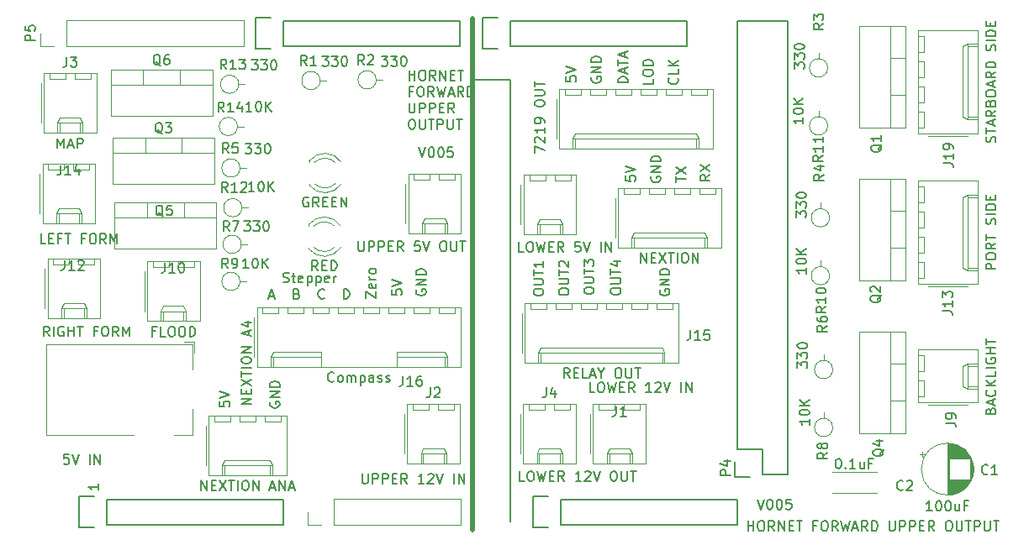
<source format=gbr>
G04 #@! TF.GenerationSoftware,KiCad,Pcbnew,(5.1.9-0-10_14)*
G04 #@! TF.CreationDate,2022-06-30T11:53:04+10:00*
G04 #@! TF.ProjectId,Hornet Forward Output Upper Shield,486f726e-6574-4204-966f-727761726420,rev?*
G04 #@! TF.SameCoordinates,Original*
G04 #@! TF.FileFunction,Legend,Top*
G04 #@! TF.FilePolarity,Positive*
%FSLAX46Y46*%
G04 Gerber Fmt 4.6, Leading zero omitted, Abs format (unit mm)*
G04 Created by KiCad (PCBNEW (5.1.9-0-10_14)) date 2022-06-30 11:53:04*
%MOMM*%
%LPD*%
G01*
G04 APERTURE LIST*
%ADD10C,0.150000*%
%ADD11C,0.500000*%
%ADD12C,0.120000*%
G04 APERTURE END LIST*
D10*
X163787200Y-96727395D02*
X163739580Y-96822633D01*
X163739580Y-96965490D01*
X163787200Y-97108347D01*
X163882438Y-97203585D01*
X163977676Y-97251204D01*
X164168152Y-97298823D01*
X164311009Y-97298823D01*
X164501485Y-97251204D01*
X164596723Y-97203585D01*
X164691961Y-97108347D01*
X164739580Y-96965490D01*
X164739580Y-96870252D01*
X164691961Y-96727395D01*
X164644342Y-96679776D01*
X164311009Y-96679776D01*
X164311009Y-96870252D01*
X164739580Y-96251204D02*
X163739580Y-96251204D01*
X164739580Y-95679776D01*
X163739580Y-95679776D01*
X164739580Y-95203585D02*
X163739580Y-95203585D01*
X163739580Y-94965490D01*
X163787200Y-94822633D01*
X163882438Y-94727395D01*
X163977676Y-94679776D01*
X164168152Y-94632157D01*
X164311009Y-94632157D01*
X164501485Y-94679776D01*
X164596723Y-94727395D01*
X164691961Y-94822633D01*
X164739580Y-94965490D01*
X164739580Y-95203585D01*
X161301180Y-96724214D02*
X161301180Y-97200404D01*
X161777371Y-97248023D01*
X161729752Y-97200404D01*
X161682133Y-97105166D01*
X161682133Y-96867071D01*
X161729752Y-96771833D01*
X161777371Y-96724214D01*
X161872609Y-96676595D01*
X162110704Y-96676595D01*
X162205942Y-96724214D01*
X162253561Y-96771833D01*
X162301180Y-96867071D01*
X162301180Y-97105166D01*
X162253561Y-97200404D01*
X162205942Y-97248023D01*
X161301180Y-96390880D02*
X162301180Y-96057547D01*
X161301180Y-95724214D01*
X158710380Y-97586609D02*
X158710380Y-96919942D01*
X159710380Y-97586609D01*
X159710380Y-96919942D01*
X159662761Y-96158038D02*
X159710380Y-96253276D01*
X159710380Y-96443752D01*
X159662761Y-96538990D01*
X159567523Y-96586609D01*
X159186571Y-96586609D01*
X159091333Y-96538990D01*
X159043714Y-96443752D01*
X159043714Y-96253276D01*
X159091333Y-96158038D01*
X159186571Y-96110419D01*
X159281809Y-96110419D01*
X159377047Y-96586609D01*
X159710380Y-95681847D02*
X159043714Y-95681847D01*
X159234190Y-95681847D02*
X159138952Y-95634228D01*
X159091333Y-95586609D01*
X159043714Y-95491371D01*
X159043714Y-95396133D01*
X159710380Y-94919942D02*
X159662761Y-95015180D01*
X159615142Y-95062800D01*
X159519904Y-95110419D01*
X159234190Y-95110419D01*
X159138952Y-95062800D01*
X159091333Y-95015180D01*
X159043714Y-94919942D01*
X159043714Y-94777085D01*
X159091333Y-94681847D01*
X159138952Y-94634228D01*
X159234190Y-94586609D01*
X159519904Y-94586609D01*
X159615142Y-94634228D01*
X159662761Y-94681847D01*
X159710380Y-94777085D01*
X159710380Y-94919942D01*
X150366742Y-95947361D02*
X150509600Y-95994980D01*
X150747695Y-95994980D01*
X150842933Y-95947361D01*
X150890552Y-95899742D01*
X150938171Y-95804504D01*
X150938171Y-95709266D01*
X150890552Y-95614028D01*
X150842933Y-95566409D01*
X150747695Y-95518790D01*
X150557219Y-95471171D01*
X150461980Y-95423552D01*
X150414361Y-95375933D01*
X150366742Y-95280695D01*
X150366742Y-95185457D01*
X150414361Y-95090219D01*
X150461980Y-95042600D01*
X150557219Y-94994980D01*
X150795314Y-94994980D01*
X150938171Y-95042600D01*
X151223885Y-95328314D02*
X151604838Y-95328314D01*
X151366742Y-94994980D02*
X151366742Y-95852123D01*
X151414361Y-95947361D01*
X151509600Y-95994980D01*
X151604838Y-95994980D01*
X152319123Y-95947361D02*
X152223885Y-95994980D01*
X152033409Y-95994980D01*
X151938171Y-95947361D01*
X151890552Y-95852123D01*
X151890552Y-95471171D01*
X151938171Y-95375933D01*
X152033409Y-95328314D01*
X152223885Y-95328314D01*
X152319123Y-95375933D01*
X152366742Y-95471171D01*
X152366742Y-95566409D01*
X151890552Y-95661647D01*
X152795314Y-95328314D02*
X152795314Y-96328314D01*
X152795314Y-95375933D02*
X152890552Y-95328314D01*
X153081028Y-95328314D01*
X153176266Y-95375933D01*
X153223885Y-95423552D01*
X153271504Y-95518790D01*
X153271504Y-95804504D01*
X153223885Y-95899742D01*
X153176266Y-95947361D01*
X153081028Y-95994980D01*
X152890552Y-95994980D01*
X152795314Y-95947361D01*
X153700076Y-95328314D02*
X153700076Y-96328314D01*
X153700076Y-95375933D02*
X153795314Y-95328314D01*
X153985790Y-95328314D01*
X154081028Y-95375933D01*
X154128647Y-95423552D01*
X154176266Y-95518790D01*
X154176266Y-95804504D01*
X154128647Y-95899742D01*
X154081028Y-95947361D01*
X153985790Y-95994980D01*
X153795314Y-95994980D01*
X153700076Y-95947361D01*
X154985790Y-95947361D02*
X154890552Y-95994980D01*
X154700076Y-95994980D01*
X154604838Y-95947361D01*
X154557219Y-95852123D01*
X154557219Y-95471171D01*
X154604838Y-95375933D01*
X154700076Y-95328314D01*
X154890552Y-95328314D01*
X154985790Y-95375933D01*
X155033409Y-95471171D01*
X155033409Y-95566409D01*
X154557219Y-95661647D01*
X155461980Y-95994980D02*
X155461980Y-95328314D01*
X155461980Y-95518790D02*
X155509600Y-95423552D01*
X155557219Y-95375933D01*
X155652457Y-95328314D01*
X155747695Y-95328314D01*
X148985790Y-97359266D02*
X149461980Y-97359266D01*
X148890552Y-97644980D02*
X149223885Y-96644980D01*
X149557219Y-97644980D01*
X151747695Y-97121171D02*
X151890552Y-97168790D01*
X151938171Y-97216409D01*
X151985790Y-97311647D01*
X151985790Y-97454504D01*
X151938171Y-97549742D01*
X151890552Y-97597361D01*
X151795314Y-97644980D01*
X151414361Y-97644980D01*
X151414361Y-96644980D01*
X151747695Y-96644980D01*
X151842933Y-96692600D01*
X151890552Y-96740219D01*
X151938171Y-96835457D01*
X151938171Y-96930695D01*
X151890552Y-97025933D01*
X151842933Y-97073552D01*
X151747695Y-97121171D01*
X151414361Y-97121171D01*
X154509600Y-97549742D02*
X154461980Y-97597361D01*
X154319123Y-97644980D01*
X154223885Y-97644980D01*
X154081028Y-97597361D01*
X153985790Y-97502123D01*
X153938171Y-97406885D01*
X153890552Y-97216409D01*
X153890552Y-97073552D01*
X153938171Y-96883076D01*
X153985790Y-96787838D01*
X154081028Y-96692600D01*
X154223885Y-96644980D01*
X154319123Y-96644980D01*
X154461980Y-96692600D01*
X154509600Y-96740219D01*
X156461980Y-97644980D02*
X156461980Y-96644980D01*
X156700076Y-96644980D01*
X156842933Y-96692600D01*
X156938171Y-96787838D01*
X156985790Y-96883076D01*
X157033409Y-97073552D01*
X157033409Y-97216409D01*
X156985790Y-97406885D01*
X156938171Y-97502123D01*
X156842933Y-97597361D01*
X156700076Y-97644980D01*
X156461980Y-97644980D01*
X164049295Y-82357980D02*
X164382628Y-83357980D01*
X164715961Y-82357980D01*
X165239771Y-82357980D02*
X165335009Y-82357980D01*
X165430247Y-82405600D01*
X165477866Y-82453219D01*
X165525485Y-82548457D01*
X165573104Y-82738933D01*
X165573104Y-82977028D01*
X165525485Y-83167504D01*
X165477866Y-83262742D01*
X165430247Y-83310361D01*
X165335009Y-83357980D01*
X165239771Y-83357980D01*
X165144533Y-83310361D01*
X165096914Y-83262742D01*
X165049295Y-83167504D01*
X165001676Y-82977028D01*
X165001676Y-82738933D01*
X165049295Y-82548457D01*
X165096914Y-82453219D01*
X165144533Y-82405600D01*
X165239771Y-82357980D01*
X166192152Y-82357980D02*
X166287390Y-82357980D01*
X166382628Y-82405600D01*
X166430247Y-82453219D01*
X166477866Y-82548457D01*
X166525485Y-82738933D01*
X166525485Y-82977028D01*
X166477866Y-83167504D01*
X166430247Y-83262742D01*
X166382628Y-83310361D01*
X166287390Y-83357980D01*
X166192152Y-83357980D01*
X166096914Y-83310361D01*
X166049295Y-83262742D01*
X166001676Y-83167504D01*
X165954057Y-82977028D01*
X165954057Y-82738933D01*
X166001676Y-82548457D01*
X166049295Y-82453219D01*
X166096914Y-82405600D01*
X166192152Y-82357980D01*
X167430247Y-82357980D02*
X166954057Y-82357980D01*
X166906438Y-82834171D01*
X166954057Y-82786552D01*
X167049295Y-82738933D01*
X167287390Y-82738933D01*
X167382628Y-82786552D01*
X167430247Y-82834171D01*
X167477866Y-82929409D01*
X167477866Y-83167504D01*
X167430247Y-83262742D01*
X167382628Y-83310361D01*
X167287390Y-83357980D01*
X167049295Y-83357980D01*
X166954057Y-83310361D01*
X166906438Y-83262742D01*
X183348380Y-96959128D02*
X183348380Y-96768652D01*
X183396000Y-96673414D01*
X183491238Y-96578176D01*
X183681714Y-96530557D01*
X184015047Y-96530557D01*
X184205523Y-96578176D01*
X184300761Y-96673414D01*
X184348380Y-96768652D01*
X184348380Y-96959128D01*
X184300761Y-97054366D01*
X184205523Y-97149604D01*
X184015047Y-97197223D01*
X183681714Y-97197223D01*
X183491238Y-97149604D01*
X183396000Y-97054366D01*
X183348380Y-96959128D01*
X183348380Y-96101985D02*
X184157904Y-96101985D01*
X184253142Y-96054366D01*
X184300761Y-96006747D01*
X184348380Y-95911509D01*
X184348380Y-95721033D01*
X184300761Y-95625795D01*
X184253142Y-95578176D01*
X184157904Y-95530557D01*
X183348380Y-95530557D01*
X183348380Y-95197223D02*
X183348380Y-94625795D01*
X184348380Y-94911509D02*
X183348380Y-94911509D01*
X183681714Y-93863890D02*
X184348380Y-93863890D01*
X183300761Y-94101985D02*
X184015047Y-94340080D01*
X184015047Y-93721033D01*
X180655980Y-96908328D02*
X180655980Y-96717852D01*
X180703600Y-96622614D01*
X180798838Y-96527376D01*
X180989314Y-96479757D01*
X181322647Y-96479757D01*
X181513123Y-96527376D01*
X181608361Y-96622614D01*
X181655980Y-96717852D01*
X181655980Y-96908328D01*
X181608361Y-97003566D01*
X181513123Y-97098804D01*
X181322647Y-97146423D01*
X180989314Y-97146423D01*
X180798838Y-97098804D01*
X180703600Y-97003566D01*
X180655980Y-96908328D01*
X180655980Y-96051185D02*
X181465504Y-96051185D01*
X181560742Y-96003566D01*
X181608361Y-95955947D01*
X181655980Y-95860709D01*
X181655980Y-95670233D01*
X181608361Y-95574995D01*
X181560742Y-95527376D01*
X181465504Y-95479757D01*
X180655980Y-95479757D01*
X180655980Y-95146423D02*
X180655980Y-94574995D01*
X181655980Y-94860709D02*
X180655980Y-94860709D01*
X180655980Y-94336900D02*
X180655980Y-93717852D01*
X181036933Y-94051185D01*
X181036933Y-93908328D01*
X181084552Y-93813090D01*
X181132171Y-93765471D01*
X181227409Y-93717852D01*
X181465504Y-93717852D01*
X181560742Y-93765471D01*
X181608361Y-93813090D01*
X181655980Y-93908328D01*
X181655980Y-94194042D01*
X181608361Y-94289280D01*
X181560742Y-94336900D01*
X178115980Y-97009928D02*
X178115980Y-96819452D01*
X178163600Y-96724214D01*
X178258838Y-96628976D01*
X178449314Y-96581357D01*
X178782647Y-96581357D01*
X178973123Y-96628976D01*
X179068361Y-96724214D01*
X179115980Y-96819452D01*
X179115980Y-97009928D01*
X179068361Y-97105166D01*
X178973123Y-97200404D01*
X178782647Y-97248023D01*
X178449314Y-97248023D01*
X178258838Y-97200404D01*
X178163600Y-97105166D01*
X178115980Y-97009928D01*
X178115980Y-96152785D02*
X178925504Y-96152785D01*
X179020742Y-96105166D01*
X179068361Y-96057547D01*
X179115980Y-95962309D01*
X179115980Y-95771833D01*
X179068361Y-95676595D01*
X179020742Y-95628976D01*
X178925504Y-95581357D01*
X178115980Y-95581357D01*
X178115980Y-95248023D02*
X178115980Y-94676595D01*
X179115980Y-94962309D02*
X178115980Y-94962309D01*
X178211219Y-94390880D02*
X178163600Y-94343261D01*
X178115980Y-94248023D01*
X178115980Y-94009928D01*
X178163600Y-93914690D01*
X178211219Y-93867071D01*
X178306457Y-93819452D01*
X178401695Y-93819452D01*
X178544552Y-93867071D01*
X179115980Y-94438500D01*
X179115980Y-93819452D01*
X175575980Y-97060728D02*
X175575980Y-96870252D01*
X175623600Y-96775014D01*
X175718838Y-96679776D01*
X175909314Y-96632157D01*
X176242647Y-96632157D01*
X176433123Y-96679776D01*
X176528361Y-96775014D01*
X176575980Y-96870252D01*
X176575980Y-97060728D01*
X176528361Y-97155966D01*
X176433123Y-97251204D01*
X176242647Y-97298823D01*
X175909314Y-97298823D01*
X175718838Y-97251204D01*
X175623600Y-97155966D01*
X175575980Y-97060728D01*
X175575980Y-96203585D02*
X176385504Y-96203585D01*
X176480742Y-96155966D01*
X176528361Y-96108347D01*
X176575980Y-96013109D01*
X176575980Y-95822633D01*
X176528361Y-95727395D01*
X176480742Y-95679776D01*
X176385504Y-95632157D01*
X175575980Y-95632157D01*
X175575980Y-95298823D02*
X175575980Y-94727395D01*
X176575980Y-95013109D02*
X175575980Y-95013109D01*
X176575980Y-93870252D02*
X176575980Y-94441680D01*
X176575980Y-94155966D02*
X175575980Y-94155966D01*
X175718838Y-94251204D01*
X175814076Y-94346442D01*
X175861695Y-94441680D01*
X188323600Y-96727395D02*
X188275980Y-96822633D01*
X188275980Y-96965490D01*
X188323600Y-97108347D01*
X188418838Y-97203585D01*
X188514076Y-97251204D01*
X188704552Y-97298823D01*
X188847409Y-97298823D01*
X189037885Y-97251204D01*
X189133123Y-97203585D01*
X189228361Y-97108347D01*
X189275980Y-96965490D01*
X189275980Y-96870252D01*
X189228361Y-96727395D01*
X189180742Y-96679776D01*
X188847409Y-96679776D01*
X188847409Y-96870252D01*
X189275980Y-96251204D02*
X188275980Y-96251204D01*
X189275980Y-95679776D01*
X188275980Y-95679776D01*
X189275980Y-95203585D02*
X188275980Y-95203585D01*
X188275980Y-94965490D01*
X188323600Y-94822633D01*
X188418838Y-94727395D01*
X188514076Y-94679776D01*
X188704552Y-94632157D01*
X188847409Y-94632157D01*
X189037885Y-94679776D01*
X189133123Y-94727395D01*
X189228361Y-94822633D01*
X189275980Y-94965490D01*
X189275980Y-95203585D01*
X197169071Y-121038880D02*
X197169071Y-120038880D01*
X197169071Y-120515071D02*
X197740500Y-120515071D01*
X197740500Y-121038880D02*
X197740500Y-120038880D01*
X198407166Y-120038880D02*
X198597642Y-120038880D01*
X198692880Y-120086500D01*
X198788119Y-120181738D01*
X198835738Y-120372214D01*
X198835738Y-120705547D01*
X198788119Y-120896023D01*
X198692880Y-120991261D01*
X198597642Y-121038880D01*
X198407166Y-121038880D01*
X198311928Y-120991261D01*
X198216690Y-120896023D01*
X198169071Y-120705547D01*
X198169071Y-120372214D01*
X198216690Y-120181738D01*
X198311928Y-120086500D01*
X198407166Y-120038880D01*
X199835738Y-121038880D02*
X199502404Y-120562690D01*
X199264309Y-121038880D02*
X199264309Y-120038880D01*
X199645261Y-120038880D01*
X199740500Y-120086500D01*
X199788119Y-120134119D01*
X199835738Y-120229357D01*
X199835738Y-120372214D01*
X199788119Y-120467452D01*
X199740500Y-120515071D01*
X199645261Y-120562690D01*
X199264309Y-120562690D01*
X200264309Y-121038880D02*
X200264309Y-120038880D01*
X200835738Y-121038880D01*
X200835738Y-120038880D01*
X201311928Y-120515071D02*
X201645261Y-120515071D01*
X201788119Y-121038880D02*
X201311928Y-121038880D01*
X201311928Y-120038880D01*
X201788119Y-120038880D01*
X202073833Y-120038880D02*
X202645261Y-120038880D01*
X202359547Y-121038880D02*
X202359547Y-120038880D01*
X204073833Y-120515071D02*
X203740500Y-120515071D01*
X203740500Y-121038880D02*
X203740500Y-120038880D01*
X204216690Y-120038880D01*
X204788119Y-120038880D02*
X204978595Y-120038880D01*
X205073833Y-120086500D01*
X205169071Y-120181738D01*
X205216690Y-120372214D01*
X205216690Y-120705547D01*
X205169071Y-120896023D01*
X205073833Y-120991261D01*
X204978595Y-121038880D01*
X204788119Y-121038880D01*
X204692880Y-120991261D01*
X204597642Y-120896023D01*
X204550023Y-120705547D01*
X204550023Y-120372214D01*
X204597642Y-120181738D01*
X204692880Y-120086500D01*
X204788119Y-120038880D01*
X206216690Y-121038880D02*
X205883357Y-120562690D01*
X205645261Y-121038880D02*
X205645261Y-120038880D01*
X206026214Y-120038880D01*
X206121452Y-120086500D01*
X206169071Y-120134119D01*
X206216690Y-120229357D01*
X206216690Y-120372214D01*
X206169071Y-120467452D01*
X206121452Y-120515071D01*
X206026214Y-120562690D01*
X205645261Y-120562690D01*
X206550023Y-120038880D02*
X206788119Y-121038880D01*
X206978595Y-120324595D01*
X207169071Y-121038880D01*
X207407166Y-120038880D01*
X207740500Y-120753166D02*
X208216690Y-120753166D01*
X207645261Y-121038880D02*
X207978595Y-120038880D01*
X208311928Y-121038880D01*
X209216690Y-121038880D02*
X208883357Y-120562690D01*
X208645261Y-121038880D02*
X208645261Y-120038880D01*
X209026214Y-120038880D01*
X209121452Y-120086500D01*
X209169071Y-120134119D01*
X209216690Y-120229357D01*
X209216690Y-120372214D01*
X209169071Y-120467452D01*
X209121452Y-120515071D01*
X209026214Y-120562690D01*
X208645261Y-120562690D01*
X209645261Y-121038880D02*
X209645261Y-120038880D01*
X209883357Y-120038880D01*
X210026214Y-120086500D01*
X210121452Y-120181738D01*
X210169071Y-120276976D01*
X210216690Y-120467452D01*
X210216690Y-120610309D01*
X210169071Y-120800785D01*
X210121452Y-120896023D01*
X210026214Y-120991261D01*
X209883357Y-121038880D01*
X209645261Y-121038880D01*
X211407166Y-120038880D02*
X211407166Y-120848404D01*
X211454785Y-120943642D01*
X211502404Y-120991261D01*
X211597642Y-121038880D01*
X211788119Y-121038880D01*
X211883357Y-120991261D01*
X211930976Y-120943642D01*
X211978595Y-120848404D01*
X211978595Y-120038880D01*
X212454785Y-121038880D02*
X212454785Y-120038880D01*
X212835738Y-120038880D01*
X212930976Y-120086500D01*
X212978595Y-120134119D01*
X213026214Y-120229357D01*
X213026214Y-120372214D01*
X212978595Y-120467452D01*
X212930976Y-120515071D01*
X212835738Y-120562690D01*
X212454785Y-120562690D01*
X213454785Y-121038880D02*
X213454785Y-120038880D01*
X213835738Y-120038880D01*
X213930976Y-120086500D01*
X213978595Y-120134119D01*
X214026214Y-120229357D01*
X214026214Y-120372214D01*
X213978595Y-120467452D01*
X213930976Y-120515071D01*
X213835738Y-120562690D01*
X213454785Y-120562690D01*
X214454785Y-120515071D02*
X214788119Y-120515071D01*
X214930976Y-121038880D02*
X214454785Y-121038880D01*
X214454785Y-120038880D01*
X214930976Y-120038880D01*
X215930976Y-121038880D02*
X215597642Y-120562690D01*
X215359547Y-121038880D02*
X215359547Y-120038880D01*
X215740500Y-120038880D01*
X215835738Y-120086500D01*
X215883357Y-120134119D01*
X215930976Y-120229357D01*
X215930976Y-120372214D01*
X215883357Y-120467452D01*
X215835738Y-120515071D01*
X215740500Y-120562690D01*
X215359547Y-120562690D01*
X217311928Y-120038880D02*
X217502404Y-120038880D01*
X217597642Y-120086500D01*
X217692880Y-120181738D01*
X217740500Y-120372214D01*
X217740500Y-120705547D01*
X217692880Y-120896023D01*
X217597642Y-120991261D01*
X217502404Y-121038880D01*
X217311928Y-121038880D01*
X217216690Y-120991261D01*
X217121452Y-120896023D01*
X217073833Y-120705547D01*
X217073833Y-120372214D01*
X217121452Y-120181738D01*
X217216690Y-120086500D01*
X217311928Y-120038880D01*
X218169071Y-120038880D02*
X218169071Y-120848404D01*
X218216690Y-120943642D01*
X218264309Y-120991261D01*
X218359547Y-121038880D01*
X218550023Y-121038880D01*
X218645261Y-120991261D01*
X218692880Y-120943642D01*
X218740500Y-120848404D01*
X218740500Y-120038880D01*
X219073833Y-120038880D02*
X219645261Y-120038880D01*
X219359547Y-121038880D02*
X219359547Y-120038880D01*
X219978595Y-121038880D02*
X219978595Y-120038880D01*
X220359547Y-120038880D01*
X220454785Y-120086500D01*
X220502404Y-120134119D01*
X220550023Y-120229357D01*
X220550023Y-120372214D01*
X220502404Y-120467452D01*
X220454785Y-120515071D01*
X220359547Y-120562690D01*
X219978595Y-120562690D01*
X220978595Y-120038880D02*
X220978595Y-120848404D01*
X221026214Y-120943642D01*
X221073833Y-120991261D01*
X221169071Y-121038880D01*
X221359547Y-121038880D01*
X221454785Y-120991261D01*
X221502404Y-120943642D01*
X221550023Y-120848404D01*
X221550023Y-120038880D01*
X221883357Y-120038880D02*
X222454785Y-120038880D01*
X222169071Y-121038880D02*
X222169071Y-120038880D01*
X198136095Y-117867180D02*
X198469428Y-118867180D01*
X198802761Y-117867180D01*
X199326571Y-117867180D02*
X199421809Y-117867180D01*
X199517047Y-117914800D01*
X199564666Y-117962419D01*
X199612285Y-118057657D01*
X199659904Y-118248133D01*
X199659904Y-118486228D01*
X199612285Y-118676704D01*
X199564666Y-118771942D01*
X199517047Y-118819561D01*
X199421809Y-118867180D01*
X199326571Y-118867180D01*
X199231333Y-118819561D01*
X199183714Y-118771942D01*
X199136095Y-118676704D01*
X199088476Y-118486228D01*
X199088476Y-118248133D01*
X199136095Y-118057657D01*
X199183714Y-117962419D01*
X199231333Y-117914800D01*
X199326571Y-117867180D01*
X200278952Y-117867180D02*
X200374190Y-117867180D01*
X200469428Y-117914800D01*
X200517047Y-117962419D01*
X200564666Y-118057657D01*
X200612285Y-118248133D01*
X200612285Y-118486228D01*
X200564666Y-118676704D01*
X200517047Y-118771942D01*
X200469428Y-118819561D01*
X200374190Y-118867180D01*
X200278952Y-118867180D01*
X200183714Y-118819561D01*
X200136095Y-118771942D01*
X200088476Y-118676704D01*
X200040857Y-118486228D01*
X200040857Y-118248133D01*
X200088476Y-118057657D01*
X200136095Y-117962419D01*
X200183714Y-117914800D01*
X200278952Y-117867180D01*
X201517047Y-117867180D02*
X201040857Y-117867180D01*
X200993238Y-118343371D01*
X201040857Y-118295752D01*
X201136095Y-118248133D01*
X201374190Y-118248133D01*
X201469428Y-118295752D01*
X201517047Y-118343371D01*
X201564666Y-118438609D01*
X201564666Y-118676704D01*
X201517047Y-118771942D01*
X201469428Y-118819561D01*
X201374190Y-118867180D01*
X201136095Y-118867180D01*
X201040857Y-118819561D01*
X200993238Y-118771942D01*
X173228000Y-75565000D02*
X173228000Y-120078500D01*
X169481500Y-75565000D02*
X173228000Y-75565000D01*
X147162780Y-108274804D02*
X146162780Y-108274804D01*
X147162780Y-107703376D01*
X146162780Y-107703376D01*
X146638971Y-107227185D02*
X146638971Y-106893852D01*
X147162780Y-106750995D02*
X147162780Y-107227185D01*
X146162780Y-107227185D01*
X146162780Y-106750995D01*
X146162780Y-106417661D02*
X147162780Y-105750995D01*
X146162780Y-105750995D02*
X147162780Y-106417661D01*
X146162780Y-105512900D02*
X146162780Y-104941471D01*
X147162780Y-105227185D02*
X146162780Y-105227185D01*
X147162780Y-104608138D02*
X146162780Y-104608138D01*
X146162780Y-103941471D02*
X146162780Y-103750995D01*
X146210400Y-103655757D01*
X146305638Y-103560519D01*
X146496114Y-103512900D01*
X146829447Y-103512900D01*
X147019923Y-103560519D01*
X147115161Y-103655757D01*
X147162780Y-103750995D01*
X147162780Y-103941471D01*
X147115161Y-104036709D01*
X147019923Y-104131947D01*
X146829447Y-104179566D01*
X146496114Y-104179566D01*
X146305638Y-104131947D01*
X146210400Y-104036709D01*
X146162780Y-103941471D01*
X147162780Y-103084328D02*
X146162780Y-103084328D01*
X147162780Y-102512900D01*
X146162780Y-102512900D01*
X146877066Y-101322423D02*
X146877066Y-100846233D01*
X147162780Y-101417661D02*
X146162780Y-101084328D01*
X147162780Y-100750995D01*
X146496114Y-99989090D02*
X147162780Y-99989090D01*
X146115161Y-100227185D02*
X146829447Y-100465280D01*
X146829447Y-99846233D01*
X143978380Y-108001814D02*
X143978380Y-108478004D01*
X144454571Y-108525623D01*
X144406952Y-108478004D01*
X144359333Y-108382766D01*
X144359333Y-108144671D01*
X144406952Y-108049433D01*
X144454571Y-108001814D01*
X144549809Y-107954195D01*
X144787904Y-107954195D01*
X144883142Y-108001814D01*
X144930761Y-108049433D01*
X144978380Y-108144671D01*
X144978380Y-108382766D01*
X144930761Y-108478004D01*
X144883142Y-108525623D01*
X143978380Y-107668480D02*
X144978380Y-107335147D01*
X143978380Y-107001814D01*
X149055200Y-108055795D02*
X149007580Y-108151033D01*
X149007580Y-108293890D01*
X149055200Y-108436747D01*
X149150438Y-108531985D01*
X149245676Y-108579604D01*
X149436152Y-108627223D01*
X149579009Y-108627223D01*
X149769485Y-108579604D01*
X149864723Y-108531985D01*
X149959961Y-108436747D01*
X150007580Y-108293890D01*
X150007580Y-108198652D01*
X149959961Y-108055795D01*
X149912342Y-108008176D01*
X149579009Y-108008176D01*
X149579009Y-108198652D01*
X150007580Y-107579604D02*
X149007580Y-107579604D01*
X150007580Y-107008176D01*
X149007580Y-107008176D01*
X150007580Y-106531985D02*
X149007580Y-106531985D01*
X149007580Y-106293890D01*
X149055200Y-106151033D01*
X149150438Y-106055795D01*
X149245676Y-106008176D01*
X149436152Y-105960557D01*
X149579009Y-105960557D01*
X149769485Y-106008176D01*
X149864723Y-106055795D01*
X149959961Y-106151033D01*
X150007580Y-106293890D01*
X150007580Y-106531985D01*
X185059580Y-75826304D02*
X184059580Y-75826304D01*
X184059580Y-75588209D01*
X184107200Y-75445352D01*
X184202438Y-75350114D01*
X184297676Y-75302495D01*
X184488152Y-75254876D01*
X184631009Y-75254876D01*
X184821485Y-75302495D01*
X184916723Y-75350114D01*
X185011961Y-75445352D01*
X185059580Y-75588209D01*
X185059580Y-75826304D01*
X184773866Y-74873923D02*
X184773866Y-74397733D01*
X185059580Y-74969161D02*
X184059580Y-74635828D01*
X185059580Y-74302495D01*
X184059580Y-74112019D02*
X184059580Y-73540590D01*
X185059580Y-73826304D02*
X184059580Y-73826304D01*
X184773866Y-73254876D02*
X184773866Y-72778685D01*
X185059580Y-73350114D02*
X184059580Y-73016780D01*
X185059580Y-72683447D01*
X190044342Y-75381876D02*
X190091961Y-75429495D01*
X190139580Y-75572352D01*
X190139580Y-75667590D01*
X190091961Y-75810447D01*
X189996723Y-75905685D01*
X189901485Y-75953304D01*
X189711009Y-76000923D01*
X189568152Y-76000923D01*
X189377676Y-75953304D01*
X189282438Y-75905685D01*
X189187200Y-75810447D01*
X189139580Y-75667590D01*
X189139580Y-75572352D01*
X189187200Y-75429495D01*
X189234819Y-75381876D01*
X190139580Y-74477114D02*
X190139580Y-74953304D01*
X189139580Y-74953304D01*
X190139580Y-74143780D02*
X189139580Y-74143780D01*
X190139580Y-73572352D02*
X189568152Y-74000923D01*
X189139580Y-73572352D02*
X189711009Y-74143780D01*
X187599580Y-75477114D02*
X187599580Y-75953304D01*
X186599580Y-75953304D01*
X186599580Y-74953304D02*
X186599580Y-74762828D01*
X186647200Y-74667590D01*
X186742438Y-74572352D01*
X186932914Y-74524733D01*
X187266247Y-74524733D01*
X187456723Y-74572352D01*
X187551961Y-74667590D01*
X187599580Y-74762828D01*
X187599580Y-74953304D01*
X187551961Y-75048542D01*
X187456723Y-75143780D01*
X187266247Y-75191400D01*
X186932914Y-75191400D01*
X186742438Y-75143780D01*
X186647200Y-75048542D01*
X186599580Y-74953304D01*
X187599580Y-74096161D02*
X186599580Y-74096161D01*
X186599580Y-73858066D01*
X186647200Y-73715209D01*
X186742438Y-73619971D01*
X186837676Y-73572352D01*
X187028152Y-73524733D01*
X187171009Y-73524733D01*
X187361485Y-73572352D01*
X187456723Y-73619971D01*
X187551961Y-73715209D01*
X187599580Y-73858066D01*
X187599580Y-74096161D01*
X178852580Y-75223114D02*
X178852580Y-75699304D01*
X179328771Y-75746923D01*
X179281152Y-75699304D01*
X179233533Y-75604066D01*
X179233533Y-75365971D01*
X179281152Y-75270733D01*
X179328771Y-75223114D01*
X179424009Y-75175495D01*
X179662104Y-75175495D01*
X179757342Y-75223114D01*
X179804961Y-75270733D01*
X179852580Y-75365971D01*
X179852580Y-75604066D01*
X179804961Y-75699304D01*
X179757342Y-75746923D01*
X178852580Y-74889780D02*
X179852580Y-74556447D01*
X178852580Y-74223114D01*
X181440200Y-75302495D02*
X181392580Y-75397733D01*
X181392580Y-75540590D01*
X181440200Y-75683447D01*
X181535438Y-75778685D01*
X181630676Y-75826304D01*
X181821152Y-75873923D01*
X181964009Y-75873923D01*
X182154485Y-75826304D01*
X182249723Y-75778685D01*
X182344961Y-75683447D01*
X182392580Y-75540590D01*
X182392580Y-75445352D01*
X182344961Y-75302495D01*
X182297342Y-75254876D01*
X181964009Y-75254876D01*
X181964009Y-75445352D01*
X182392580Y-74826304D02*
X181392580Y-74826304D01*
X182392580Y-74254876D01*
X181392580Y-74254876D01*
X182392580Y-73778685D02*
X181392580Y-73778685D01*
X181392580Y-73540590D01*
X181440200Y-73397733D01*
X181535438Y-73302495D01*
X181630676Y-73254876D01*
X181821152Y-73207257D01*
X181964009Y-73207257D01*
X182154485Y-73254876D01*
X182249723Y-73302495D01*
X182344961Y-73397733D01*
X182392580Y-73540590D01*
X182392580Y-73778685D01*
X193339980Y-85148176D02*
X192863790Y-85481509D01*
X193339980Y-85719604D02*
X192339980Y-85719604D01*
X192339980Y-85338652D01*
X192387600Y-85243414D01*
X192435219Y-85195795D01*
X192530457Y-85148176D01*
X192673314Y-85148176D01*
X192768552Y-85195795D01*
X192816171Y-85243414D01*
X192863790Y-85338652D01*
X192863790Y-85719604D01*
X192339980Y-84814842D02*
X193339980Y-84148176D01*
X192339980Y-84148176D02*
X193339980Y-84814842D01*
X189926980Y-85862461D02*
X189926980Y-85291033D01*
X190926980Y-85576747D02*
X189926980Y-85576747D01*
X189926980Y-85052938D02*
X190926980Y-84386271D01*
X189926980Y-84386271D02*
X190926980Y-85052938D01*
X184846980Y-85243414D02*
X184846980Y-85719604D01*
X185323171Y-85767223D01*
X185275552Y-85719604D01*
X185227933Y-85624366D01*
X185227933Y-85386271D01*
X185275552Y-85291033D01*
X185323171Y-85243414D01*
X185418409Y-85195795D01*
X185656504Y-85195795D01*
X185751742Y-85243414D01*
X185799361Y-85291033D01*
X185846980Y-85386271D01*
X185846980Y-85624366D01*
X185799361Y-85719604D01*
X185751742Y-85767223D01*
X184846980Y-84910080D02*
X185846980Y-84576747D01*
X184846980Y-84243414D01*
X187434600Y-85322795D02*
X187386980Y-85418033D01*
X187386980Y-85560890D01*
X187434600Y-85703747D01*
X187529838Y-85798985D01*
X187625076Y-85846604D01*
X187815552Y-85894223D01*
X187958409Y-85894223D01*
X188148885Y-85846604D01*
X188244123Y-85798985D01*
X188339361Y-85703747D01*
X188386980Y-85560890D01*
X188386980Y-85465652D01*
X188339361Y-85322795D01*
X188291742Y-85275176D01*
X187958409Y-85275176D01*
X187958409Y-85465652D01*
X188386980Y-84846604D02*
X187386980Y-84846604D01*
X188386980Y-84275176D01*
X187386980Y-84275176D01*
X188386980Y-83798985D02*
X187386980Y-83798985D01*
X187386980Y-83560890D01*
X187434600Y-83418033D01*
X187529838Y-83322795D01*
X187625076Y-83275176D01*
X187815552Y-83227557D01*
X187958409Y-83227557D01*
X188148885Y-83275176D01*
X188244123Y-83322795D01*
X188339361Y-83418033D01*
X188386980Y-83560890D01*
X188386980Y-83798985D01*
X163047995Y-75599780D02*
X163047995Y-74599780D01*
X163047995Y-75075971D02*
X163619423Y-75075971D01*
X163619423Y-75599780D02*
X163619423Y-74599780D01*
X164286090Y-74599780D02*
X164476566Y-74599780D01*
X164571804Y-74647400D01*
X164667042Y-74742638D01*
X164714661Y-74933114D01*
X164714661Y-75266447D01*
X164667042Y-75456923D01*
X164571804Y-75552161D01*
X164476566Y-75599780D01*
X164286090Y-75599780D01*
X164190852Y-75552161D01*
X164095614Y-75456923D01*
X164047995Y-75266447D01*
X164047995Y-74933114D01*
X164095614Y-74742638D01*
X164190852Y-74647400D01*
X164286090Y-74599780D01*
X165714661Y-75599780D02*
X165381328Y-75123590D01*
X165143233Y-75599780D02*
X165143233Y-74599780D01*
X165524185Y-74599780D01*
X165619423Y-74647400D01*
X165667042Y-74695019D01*
X165714661Y-74790257D01*
X165714661Y-74933114D01*
X165667042Y-75028352D01*
X165619423Y-75075971D01*
X165524185Y-75123590D01*
X165143233Y-75123590D01*
X166143233Y-75599780D02*
X166143233Y-74599780D01*
X166714661Y-75599780D01*
X166714661Y-74599780D01*
X167190852Y-75075971D02*
X167524185Y-75075971D01*
X167667042Y-75599780D02*
X167190852Y-75599780D01*
X167190852Y-74599780D01*
X167667042Y-74599780D01*
X167952757Y-74599780D02*
X168524185Y-74599780D01*
X168238471Y-75599780D02*
X168238471Y-74599780D01*
X163381328Y-76725971D02*
X163047995Y-76725971D01*
X163047995Y-77249780D02*
X163047995Y-76249780D01*
X163524185Y-76249780D01*
X164095614Y-76249780D02*
X164286090Y-76249780D01*
X164381328Y-76297400D01*
X164476566Y-76392638D01*
X164524185Y-76583114D01*
X164524185Y-76916447D01*
X164476566Y-77106923D01*
X164381328Y-77202161D01*
X164286090Y-77249780D01*
X164095614Y-77249780D01*
X164000376Y-77202161D01*
X163905138Y-77106923D01*
X163857519Y-76916447D01*
X163857519Y-76583114D01*
X163905138Y-76392638D01*
X164000376Y-76297400D01*
X164095614Y-76249780D01*
X165524185Y-77249780D02*
X165190852Y-76773590D01*
X164952757Y-77249780D02*
X164952757Y-76249780D01*
X165333709Y-76249780D01*
X165428947Y-76297400D01*
X165476566Y-76345019D01*
X165524185Y-76440257D01*
X165524185Y-76583114D01*
X165476566Y-76678352D01*
X165428947Y-76725971D01*
X165333709Y-76773590D01*
X164952757Y-76773590D01*
X165857519Y-76249780D02*
X166095614Y-77249780D01*
X166286090Y-76535495D01*
X166476566Y-77249780D01*
X166714661Y-76249780D01*
X167047995Y-76964066D02*
X167524185Y-76964066D01*
X166952757Y-77249780D02*
X167286090Y-76249780D01*
X167619423Y-77249780D01*
X168524185Y-77249780D02*
X168190852Y-76773590D01*
X167952757Y-77249780D02*
X167952757Y-76249780D01*
X168333709Y-76249780D01*
X168428947Y-76297400D01*
X168476566Y-76345019D01*
X168524185Y-76440257D01*
X168524185Y-76583114D01*
X168476566Y-76678352D01*
X168428947Y-76725971D01*
X168333709Y-76773590D01*
X167952757Y-76773590D01*
X168952757Y-77249780D02*
X168952757Y-76249780D01*
X169190852Y-76249780D01*
X169333709Y-76297400D01*
X169428947Y-76392638D01*
X169476566Y-76487876D01*
X169524185Y-76678352D01*
X169524185Y-76821209D01*
X169476566Y-77011685D01*
X169428947Y-77106923D01*
X169333709Y-77202161D01*
X169190852Y-77249780D01*
X168952757Y-77249780D01*
X163047995Y-77899780D02*
X163047995Y-78709304D01*
X163095614Y-78804542D01*
X163143233Y-78852161D01*
X163238471Y-78899780D01*
X163428947Y-78899780D01*
X163524185Y-78852161D01*
X163571804Y-78804542D01*
X163619423Y-78709304D01*
X163619423Y-77899780D01*
X164095614Y-78899780D02*
X164095614Y-77899780D01*
X164476566Y-77899780D01*
X164571804Y-77947400D01*
X164619423Y-77995019D01*
X164667042Y-78090257D01*
X164667042Y-78233114D01*
X164619423Y-78328352D01*
X164571804Y-78375971D01*
X164476566Y-78423590D01*
X164095614Y-78423590D01*
X165095614Y-78899780D02*
X165095614Y-77899780D01*
X165476566Y-77899780D01*
X165571804Y-77947400D01*
X165619423Y-77995019D01*
X165667042Y-78090257D01*
X165667042Y-78233114D01*
X165619423Y-78328352D01*
X165571804Y-78375971D01*
X165476566Y-78423590D01*
X165095614Y-78423590D01*
X166095614Y-78375971D02*
X166428947Y-78375971D01*
X166571804Y-78899780D02*
X166095614Y-78899780D01*
X166095614Y-77899780D01*
X166571804Y-77899780D01*
X167571804Y-78899780D02*
X167238471Y-78423590D01*
X167000376Y-78899780D02*
X167000376Y-77899780D01*
X167381328Y-77899780D01*
X167476566Y-77947400D01*
X167524185Y-77995019D01*
X167571804Y-78090257D01*
X167571804Y-78233114D01*
X167524185Y-78328352D01*
X167476566Y-78375971D01*
X167381328Y-78423590D01*
X167000376Y-78423590D01*
X163238471Y-79549780D02*
X163428947Y-79549780D01*
X163524185Y-79597400D01*
X163619423Y-79692638D01*
X163667042Y-79883114D01*
X163667042Y-80216447D01*
X163619423Y-80406923D01*
X163524185Y-80502161D01*
X163428947Y-80549780D01*
X163238471Y-80549780D01*
X163143233Y-80502161D01*
X163047995Y-80406923D01*
X163000376Y-80216447D01*
X163000376Y-79883114D01*
X163047995Y-79692638D01*
X163143233Y-79597400D01*
X163238471Y-79549780D01*
X164095614Y-79549780D02*
X164095614Y-80359304D01*
X164143233Y-80454542D01*
X164190852Y-80502161D01*
X164286090Y-80549780D01*
X164476566Y-80549780D01*
X164571804Y-80502161D01*
X164619423Y-80454542D01*
X164667042Y-80359304D01*
X164667042Y-79549780D01*
X165000376Y-79549780D02*
X165571804Y-79549780D01*
X165286090Y-80549780D02*
X165286090Y-79549780D01*
X165905138Y-80549780D02*
X165905138Y-79549780D01*
X166286090Y-79549780D01*
X166381328Y-79597400D01*
X166428947Y-79645019D01*
X166476566Y-79740257D01*
X166476566Y-79883114D01*
X166428947Y-79978352D01*
X166381328Y-80025971D01*
X166286090Y-80073590D01*
X165905138Y-80073590D01*
X166905138Y-79549780D02*
X166905138Y-80359304D01*
X166952757Y-80454542D01*
X167000376Y-80502161D01*
X167095614Y-80549780D01*
X167286090Y-80549780D01*
X167381328Y-80502161D01*
X167428947Y-80454542D01*
X167476566Y-80359304D01*
X167476566Y-79549780D01*
X167809900Y-79549780D02*
X168381328Y-79549780D01*
X168095614Y-80549780D02*
X168095614Y-79549780D01*
D11*
X169418000Y-69342000D02*
X169418000Y-120904000D01*
D10*
X131770380Y-116300285D02*
X131770380Y-116871714D01*
X131770380Y-116586000D02*
X130770380Y-116586000D01*
X130913238Y-116681238D01*
X131008476Y-116776476D01*
X131056095Y-116871714D01*
D12*
X167678000Y-99068000D02*
X167678000Y-98468000D01*
X166078000Y-99068000D02*
X167678000Y-99068000D01*
X166078000Y-98468000D02*
X166078000Y-99068000D01*
X165138000Y-99068000D02*
X165138000Y-98468000D01*
X163538000Y-99068000D02*
X165138000Y-99068000D01*
X163538000Y-98468000D02*
X163538000Y-99068000D01*
X162598000Y-99068000D02*
X162598000Y-98468000D01*
X160998000Y-99068000D02*
X162598000Y-99068000D01*
X160998000Y-98468000D02*
X160998000Y-99068000D01*
X160058000Y-99068000D02*
X160058000Y-98468000D01*
X158458000Y-99068000D02*
X160058000Y-99068000D01*
X158458000Y-98468000D02*
X158458000Y-99068000D01*
X157518000Y-99068000D02*
X157518000Y-98468000D01*
X155918000Y-99068000D02*
X157518000Y-99068000D01*
X155918000Y-98468000D02*
X155918000Y-99068000D01*
X154978000Y-99068000D02*
X154978000Y-98468000D01*
X153378000Y-99068000D02*
X154978000Y-99068000D01*
X153378000Y-98468000D02*
X153378000Y-99068000D01*
X152438000Y-99068000D02*
X152438000Y-98468000D01*
X150838000Y-99068000D02*
X152438000Y-99068000D01*
X150838000Y-98468000D02*
X150838000Y-99068000D01*
X149898000Y-99068000D02*
X149898000Y-98468000D01*
X148298000Y-99068000D02*
X149898000Y-99068000D01*
X148298000Y-98468000D02*
X148298000Y-99068000D01*
X166628000Y-104488000D02*
X166628000Y-103488000D01*
X161798000Y-102958000D02*
X161798000Y-103488000D01*
X166628000Y-102958000D02*
X161798000Y-102958000D01*
X166878000Y-103488000D02*
X166628000Y-102958000D01*
X161798000Y-103488000D02*
X161798000Y-104488000D01*
X166878000Y-103488000D02*
X161798000Y-103488000D01*
X166878000Y-104488000D02*
X166878000Y-103488000D01*
X149348000Y-104488000D02*
X149348000Y-103488000D01*
X154178000Y-102958000D02*
X154178000Y-103488000D01*
X149348000Y-102958000D02*
X154178000Y-102958000D01*
X149098000Y-103488000D02*
X149348000Y-102958000D01*
X154178000Y-103488000D02*
X154178000Y-104488000D01*
X149098000Y-103488000D02*
X154178000Y-103488000D01*
X149098000Y-104488000D02*
X149098000Y-103488000D01*
X147428000Y-99498000D02*
X147428000Y-103498000D01*
X168258000Y-98468000D02*
X147718000Y-98468000D01*
X168258000Y-104488000D02*
X168258000Y-98468000D01*
X147718000Y-104488000D02*
X168258000Y-104488000D01*
X147718000Y-98468000D02*
X147718000Y-104488000D01*
X189573000Y-98662000D02*
X189573000Y-98062000D01*
X187973000Y-98662000D02*
X189573000Y-98662000D01*
X187973000Y-98062000D02*
X187973000Y-98662000D01*
X187033000Y-98662000D02*
X187033000Y-98062000D01*
X185433000Y-98662000D02*
X187033000Y-98662000D01*
X185433000Y-98062000D02*
X185433000Y-98662000D01*
X184493000Y-98662000D02*
X184493000Y-98062000D01*
X182893000Y-98662000D02*
X184493000Y-98662000D01*
X182893000Y-98062000D02*
X182893000Y-98662000D01*
X181953000Y-98662000D02*
X181953000Y-98062000D01*
X180353000Y-98662000D02*
X181953000Y-98662000D01*
X180353000Y-98062000D02*
X180353000Y-98662000D01*
X179413000Y-98662000D02*
X179413000Y-98062000D01*
X177813000Y-98662000D02*
X179413000Y-98662000D01*
X177813000Y-98062000D02*
X177813000Y-98662000D01*
X176873000Y-98662000D02*
X176873000Y-98062000D01*
X175273000Y-98662000D02*
X176873000Y-98662000D01*
X175273000Y-98062000D02*
X175273000Y-98662000D01*
X188523000Y-104082000D02*
X188523000Y-103082000D01*
X176323000Y-104082000D02*
X176323000Y-103082000D01*
X188523000Y-102552000D02*
X188773000Y-103082000D01*
X176323000Y-102552000D02*
X188523000Y-102552000D01*
X176073000Y-103082000D02*
X176323000Y-102552000D01*
X188773000Y-103082000D02*
X188773000Y-104082000D01*
X176073000Y-103082000D02*
X188773000Y-103082000D01*
X176073000Y-104082000D02*
X176073000Y-103082000D01*
X174403000Y-99092000D02*
X174403000Y-103092000D01*
X190153000Y-98062000D02*
X174693000Y-98062000D01*
X190153000Y-104082000D02*
X190153000Y-98062000D01*
X174693000Y-104082000D02*
X190153000Y-104082000D01*
X174693000Y-98062000D02*
X174693000Y-104082000D01*
X179247000Y-108822000D02*
X179247000Y-108222000D01*
X177647000Y-108822000D02*
X179247000Y-108822000D01*
X177647000Y-108222000D02*
X177647000Y-108822000D01*
X176707000Y-108822000D02*
X176707000Y-108222000D01*
X175107000Y-108822000D02*
X176707000Y-108822000D01*
X175107000Y-108222000D02*
X175107000Y-108822000D01*
X178197000Y-114242000D02*
X178197000Y-113242000D01*
X176157000Y-114242000D02*
X176157000Y-113242000D01*
X178197000Y-112712000D02*
X178447000Y-113242000D01*
X176157000Y-112712000D02*
X178197000Y-112712000D01*
X175907000Y-113242000D02*
X176157000Y-112712000D01*
X178447000Y-113242000D02*
X178447000Y-114242000D01*
X175907000Y-113242000D02*
X178447000Y-113242000D01*
X175907000Y-114242000D02*
X175907000Y-113242000D01*
X174237000Y-109252000D02*
X174237000Y-113252000D01*
X179827000Y-108222000D02*
X174527000Y-108222000D01*
X179827000Y-114242000D02*
X179827000Y-108222000D01*
X174527000Y-114242000D02*
X179827000Y-114242000D01*
X174527000Y-108222000D02*
X174527000Y-114242000D01*
X167563000Y-108822000D02*
X167563000Y-108222000D01*
X165963000Y-108822000D02*
X167563000Y-108822000D01*
X165963000Y-108222000D02*
X165963000Y-108822000D01*
X165023000Y-108822000D02*
X165023000Y-108222000D01*
X163423000Y-108822000D02*
X165023000Y-108822000D01*
X163423000Y-108222000D02*
X163423000Y-108822000D01*
X166513000Y-114242000D02*
X166513000Y-113242000D01*
X164473000Y-114242000D02*
X164473000Y-113242000D01*
X166513000Y-112712000D02*
X166763000Y-113242000D01*
X164473000Y-112712000D02*
X166513000Y-112712000D01*
X164223000Y-113242000D02*
X164473000Y-112712000D01*
X166763000Y-113242000D02*
X166763000Y-114242000D01*
X164223000Y-113242000D02*
X166763000Y-113242000D01*
X164223000Y-114242000D02*
X164223000Y-113242000D01*
X162553000Y-109252000D02*
X162553000Y-113252000D01*
X168143000Y-108222000D02*
X162843000Y-108222000D01*
X168143000Y-114242000D02*
X168143000Y-108222000D01*
X162843000Y-114242000D02*
X168143000Y-114242000D01*
X162843000Y-108222000D02*
X162843000Y-114242000D01*
X145764000Y-80264000D02*
G75*
G03*
X145764000Y-80264000I-920000J0D01*
G01*
X145764000Y-80264000D02*
X146384000Y-80264000D01*
X145890000Y-76009500D02*
G75*
G03*
X145890000Y-76009500I-920000J0D01*
G01*
X145890000Y-76009500D02*
X146510000Y-76009500D01*
X139963000Y-74581000D02*
X139963000Y-76091000D01*
X136262000Y-74581000D02*
X136262000Y-76091000D01*
X132992000Y-76091000D02*
X143232000Y-76091000D01*
X143232000Y-74581000D02*
X143232000Y-79222000D01*
X132992000Y-74581000D02*
X132992000Y-79222000D01*
X132992000Y-79222000D02*
X143232000Y-79222000D01*
X132992000Y-74581000D02*
X143232000Y-74581000D01*
X130975000Y-75484500D02*
X130975000Y-74884500D01*
X129375000Y-75484500D02*
X130975000Y-75484500D01*
X129375000Y-74884500D02*
X129375000Y-75484500D01*
X128435000Y-75484500D02*
X128435000Y-74884500D01*
X126835000Y-75484500D02*
X128435000Y-75484500D01*
X126835000Y-74884500D02*
X126835000Y-75484500D01*
X129925000Y-80904500D02*
X129925000Y-79904500D01*
X127885000Y-80904500D02*
X127885000Y-79904500D01*
X129925000Y-79374500D02*
X130175000Y-79904500D01*
X127885000Y-79374500D02*
X129925000Y-79374500D01*
X127635000Y-79904500D02*
X127885000Y-79374500D01*
X130175000Y-79904500D02*
X130175000Y-80904500D01*
X127635000Y-79904500D02*
X130175000Y-79904500D01*
X127635000Y-80904500D02*
X127635000Y-79904500D01*
X125965000Y-75914500D02*
X125965000Y-79914500D01*
X131555000Y-74884500D02*
X126255000Y-74884500D01*
X131555000Y-80904500D02*
X131555000Y-74884500D01*
X126255000Y-80904500D02*
X131555000Y-80904500D01*
X126255000Y-74884500D02*
X126255000Y-80904500D01*
X140345000Y-87916000D02*
X140345000Y-89426000D01*
X136644000Y-87916000D02*
X136644000Y-89426000D01*
X133374000Y-89426000D02*
X143614000Y-89426000D01*
X143614000Y-87916000D02*
X143614000Y-92557000D01*
X133374000Y-87916000D02*
X133374000Y-92557000D01*
X133374000Y-92557000D02*
X143614000Y-92557000D01*
X133374000Y-87916000D02*
X143614000Y-87916000D01*
X213010000Y-107896000D02*
X211500000Y-107896000D01*
X213010000Y-104195000D02*
X211500000Y-104195000D01*
X211500000Y-100925000D02*
X211500000Y-111165000D01*
X213010000Y-111165000D02*
X208369000Y-111165000D01*
X213010000Y-100925000D02*
X208369000Y-100925000D01*
X208369000Y-100925000D02*
X208369000Y-111165000D01*
X213010000Y-100925000D02*
X213010000Y-111165000D01*
X140154000Y-81439000D02*
X140154000Y-82949000D01*
X136453000Y-81439000D02*
X136453000Y-82949000D01*
X133183000Y-82949000D02*
X143423000Y-82949000D01*
X143423000Y-81439000D02*
X143423000Y-86080000D01*
X133183000Y-81439000D02*
X133183000Y-86080000D01*
X133183000Y-86080000D02*
X143423000Y-86080000D01*
X133183000Y-81439000D02*
X143423000Y-81439000D01*
X213010000Y-92497200D02*
X211500000Y-92497200D01*
X213010000Y-88796200D02*
X211500000Y-88796200D01*
X211500000Y-85526200D02*
X211500000Y-95766200D01*
X213010000Y-95766200D02*
X208369000Y-95766200D01*
X213010000Y-85526200D02*
X208369000Y-85526200D01*
X208369000Y-85526200D02*
X208369000Y-95766200D01*
X213010000Y-85526200D02*
X213010000Y-95766200D01*
X213010000Y-77098500D02*
X211500000Y-77098500D01*
X213010000Y-73397500D02*
X211500000Y-73397500D01*
X211500000Y-70127500D02*
X211500000Y-80367500D01*
X213010000Y-80367500D02*
X208369000Y-80367500D01*
X213010000Y-70127500D02*
X208369000Y-70127500D01*
X208369000Y-70127500D02*
X208369000Y-80367500D01*
X213010000Y-70127500D02*
X213010000Y-80367500D01*
X146208000Y-88455500D02*
G75*
G03*
X146208000Y-88455500I-920000J0D01*
G01*
X146208000Y-88455500D02*
X146828000Y-88455500D01*
X205200000Y-80200500D02*
G75*
G03*
X205200000Y-80200500I-920000J0D01*
G01*
X204280000Y-79280500D02*
X204280000Y-78660500D01*
X205390000Y-95313500D02*
G75*
G03*
X205390000Y-95313500I-920000J0D01*
G01*
X204470000Y-94393500D02*
X204470000Y-93773500D01*
X146018000Y-95885000D02*
G75*
G03*
X146018000Y-95885000I-920000J0D01*
G01*
X146018000Y-95885000D02*
X146638000Y-95885000D01*
X205708000Y-110616000D02*
G75*
G03*
X205708000Y-110616000I-920000J0D01*
G01*
X204788000Y-109696000D02*
X204788000Y-109076000D01*
X205644000Y-115074000D02*
X205644000Y-115059000D01*
X205644000Y-117199000D02*
X205644000Y-117184000D01*
X210184000Y-115074000D02*
X210184000Y-115059000D01*
X210184000Y-117199000D02*
X210184000Y-117184000D01*
X210184000Y-115059000D02*
X205644000Y-115059000D01*
X210184000Y-117199000D02*
X205644000Y-117199000D01*
X214697225Y-113083000D02*
X214697225Y-113583000D01*
X214447225Y-113333000D02*
X214947225Y-113333000D01*
X219853000Y-114524000D02*
X219853000Y-115092000D01*
X219813000Y-114290000D02*
X219813000Y-115326000D01*
X219773000Y-114131000D02*
X219773000Y-115485000D01*
X219733000Y-114003000D02*
X219733000Y-115613000D01*
X219693000Y-113893000D02*
X219693000Y-115723000D01*
X219653000Y-113797000D02*
X219653000Y-115819000D01*
X219613000Y-113710000D02*
X219613000Y-115906000D01*
X219573000Y-113630000D02*
X219573000Y-115986000D01*
X219533000Y-115848000D02*
X219533000Y-116059000D01*
X219533000Y-113557000D02*
X219533000Y-113768000D01*
X219493000Y-115848000D02*
X219493000Y-116127000D01*
X219493000Y-113489000D02*
X219493000Y-113768000D01*
X219453000Y-115848000D02*
X219453000Y-116191000D01*
X219453000Y-113425000D02*
X219453000Y-113768000D01*
X219413000Y-115848000D02*
X219413000Y-116251000D01*
X219413000Y-113365000D02*
X219413000Y-113768000D01*
X219373000Y-115848000D02*
X219373000Y-116308000D01*
X219373000Y-113308000D02*
X219373000Y-113768000D01*
X219333000Y-115848000D02*
X219333000Y-116362000D01*
X219333000Y-113254000D02*
X219333000Y-113768000D01*
X219293000Y-115848000D02*
X219293000Y-116413000D01*
X219293000Y-113203000D02*
X219293000Y-113768000D01*
X219253000Y-115848000D02*
X219253000Y-116461000D01*
X219253000Y-113155000D02*
X219253000Y-113768000D01*
X219213000Y-115848000D02*
X219213000Y-116507000D01*
X219213000Y-113109000D02*
X219213000Y-113768000D01*
X219173000Y-115848000D02*
X219173000Y-116551000D01*
X219173000Y-113065000D02*
X219173000Y-113768000D01*
X219133000Y-115848000D02*
X219133000Y-116593000D01*
X219133000Y-113023000D02*
X219133000Y-113768000D01*
X219093000Y-115848000D02*
X219093000Y-116634000D01*
X219093000Y-112982000D02*
X219093000Y-113768000D01*
X219053000Y-115848000D02*
X219053000Y-116672000D01*
X219053000Y-112944000D02*
X219053000Y-113768000D01*
X219013000Y-115848000D02*
X219013000Y-116709000D01*
X219013000Y-112907000D02*
X219013000Y-113768000D01*
X218973000Y-115848000D02*
X218973000Y-116745000D01*
X218973000Y-112871000D02*
X218973000Y-113768000D01*
X218933000Y-115848000D02*
X218933000Y-116779000D01*
X218933000Y-112837000D02*
X218933000Y-113768000D01*
X218893000Y-115848000D02*
X218893000Y-116812000D01*
X218893000Y-112804000D02*
X218893000Y-113768000D01*
X218853000Y-115848000D02*
X218853000Y-116843000D01*
X218853000Y-112773000D02*
X218853000Y-113768000D01*
X218813000Y-115848000D02*
X218813000Y-116873000D01*
X218813000Y-112743000D02*
X218813000Y-113768000D01*
X218773000Y-115848000D02*
X218773000Y-116903000D01*
X218773000Y-112713000D02*
X218773000Y-113768000D01*
X218733000Y-115848000D02*
X218733000Y-116930000D01*
X218733000Y-112686000D02*
X218733000Y-113768000D01*
X218693000Y-115848000D02*
X218693000Y-116957000D01*
X218693000Y-112659000D02*
X218693000Y-113768000D01*
X218653000Y-115848000D02*
X218653000Y-116983000D01*
X218653000Y-112633000D02*
X218653000Y-113768000D01*
X218613000Y-115848000D02*
X218613000Y-117008000D01*
X218613000Y-112608000D02*
X218613000Y-113768000D01*
X218573000Y-115848000D02*
X218573000Y-117032000D01*
X218573000Y-112584000D02*
X218573000Y-113768000D01*
X218533000Y-115848000D02*
X218533000Y-117055000D01*
X218533000Y-112561000D02*
X218533000Y-113768000D01*
X218493000Y-115848000D02*
X218493000Y-117076000D01*
X218493000Y-112540000D02*
X218493000Y-113768000D01*
X218453000Y-115848000D02*
X218453000Y-117098000D01*
X218453000Y-112518000D02*
X218453000Y-113768000D01*
X218413000Y-115848000D02*
X218413000Y-117118000D01*
X218413000Y-112498000D02*
X218413000Y-113768000D01*
X218373000Y-115848000D02*
X218373000Y-117137000D01*
X218373000Y-112479000D02*
X218373000Y-113768000D01*
X218333000Y-115848000D02*
X218333000Y-117156000D01*
X218333000Y-112460000D02*
X218333000Y-113768000D01*
X218293000Y-115848000D02*
X218293000Y-117173000D01*
X218293000Y-112443000D02*
X218293000Y-113768000D01*
X218253000Y-115848000D02*
X218253000Y-117190000D01*
X218253000Y-112426000D02*
X218253000Y-113768000D01*
X218213000Y-115848000D02*
X218213000Y-117206000D01*
X218213000Y-112410000D02*
X218213000Y-113768000D01*
X218173000Y-115848000D02*
X218173000Y-117222000D01*
X218173000Y-112394000D02*
X218173000Y-113768000D01*
X218133000Y-115848000D02*
X218133000Y-117236000D01*
X218133000Y-112380000D02*
X218133000Y-113768000D01*
X218093000Y-115848000D02*
X218093000Y-117250000D01*
X218093000Y-112366000D02*
X218093000Y-113768000D01*
X218053000Y-115848000D02*
X218053000Y-117263000D01*
X218053000Y-112353000D02*
X218053000Y-113768000D01*
X218013000Y-115848000D02*
X218013000Y-117276000D01*
X218013000Y-112340000D02*
X218013000Y-113768000D01*
X217973000Y-115848000D02*
X217973000Y-117288000D01*
X217973000Y-112328000D02*
X217973000Y-113768000D01*
X217932000Y-115848000D02*
X217932000Y-117299000D01*
X217932000Y-112317000D02*
X217932000Y-113768000D01*
X217892000Y-115848000D02*
X217892000Y-117309000D01*
X217892000Y-112307000D02*
X217892000Y-113768000D01*
X217852000Y-115848000D02*
X217852000Y-117319000D01*
X217852000Y-112297000D02*
X217852000Y-113768000D01*
X217812000Y-115848000D02*
X217812000Y-117328000D01*
X217812000Y-112288000D02*
X217812000Y-113768000D01*
X217772000Y-115848000D02*
X217772000Y-117336000D01*
X217772000Y-112280000D02*
X217772000Y-113768000D01*
X217732000Y-115848000D02*
X217732000Y-117344000D01*
X217732000Y-112272000D02*
X217732000Y-113768000D01*
X217692000Y-115848000D02*
X217692000Y-117351000D01*
X217692000Y-112265000D02*
X217692000Y-113768000D01*
X217652000Y-115848000D02*
X217652000Y-117358000D01*
X217652000Y-112258000D02*
X217652000Y-113768000D01*
X217612000Y-115848000D02*
X217612000Y-117364000D01*
X217612000Y-112252000D02*
X217612000Y-113768000D01*
X217572000Y-115848000D02*
X217572000Y-117369000D01*
X217572000Y-112247000D02*
X217572000Y-113768000D01*
X217532000Y-115848000D02*
X217532000Y-117373000D01*
X217532000Y-112243000D02*
X217532000Y-113768000D01*
X217492000Y-115848000D02*
X217492000Y-117377000D01*
X217492000Y-112239000D02*
X217492000Y-113768000D01*
X217452000Y-112235000D02*
X217452000Y-117381000D01*
X217412000Y-112232000D02*
X217412000Y-117384000D01*
X217372000Y-112230000D02*
X217372000Y-117386000D01*
X217332000Y-112229000D02*
X217332000Y-117387000D01*
X217292000Y-112228000D02*
X217292000Y-117388000D01*
X217252000Y-112228000D02*
X217252000Y-117388000D01*
X219872000Y-114808000D02*
G75*
G03*
X219872000Y-114808000I-2620000J0D01*
G01*
X141389000Y-94471000D02*
X141389000Y-93871000D01*
X139789000Y-94471000D02*
X141389000Y-94471000D01*
X139789000Y-93871000D02*
X139789000Y-94471000D01*
X138849000Y-94471000D02*
X138849000Y-93871000D01*
X137249000Y-94471000D02*
X138849000Y-94471000D01*
X137249000Y-93871000D02*
X137249000Y-94471000D01*
X140339000Y-99891000D02*
X140339000Y-98891000D01*
X138299000Y-99891000D02*
X138299000Y-98891000D01*
X140339000Y-98361000D02*
X140589000Y-98891000D01*
X138299000Y-98361000D02*
X140339000Y-98361000D01*
X138049000Y-98891000D02*
X138299000Y-98361000D01*
X140589000Y-98891000D02*
X140589000Y-99891000D01*
X138049000Y-98891000D02*
X140589000Y-98891000D01*
X138049000Y-99891000D02*
X138049000Y-98891000D01*
X136379000Y-94901000D02*
X136379000Y-98901000D01*
X141969000Y-93871000D02*
X136669000Y-93871000D01*
X141969000Y-99891000D02*
X141969000Y-93871000D01*
X136669000Y-99891000D02*
X141969000Y-99891000D01*
X136669000Y-93871000D02*
X136669000Y-99891000D01*
X214867000Y-103340000D02*
X214267000Y-103340000D01*
X214867000Y-104940000D02*
X214867000Y-103340000D01*
X214267000Y-104940000D02*
X214867000Y-104940000D01*
X214867000Y-105880000D02*
X214267000Y-105880000D01*
X214867000Y-107480000D02*
X214867000Y-105880000D01*
X214267000Y-107480000D02*
X214867000Y-107480000D01*
X220287000Y-104390000D02*
X219287000Y-104390000D01*
X220287000Y-106430000D02*
X219287000Y-106430000D01*
X218757000Y-104390000D02*
X219287000Y-104140000D01*
X218757000Y-106430000D02*
X218757000Y-104390000D01*
X219287000Y-106680000D02*
X218757000Y-106430000D01*
X219287000Y-104140000D02*
X220287000Y-104140000D01*
X219287000Y-106680000D02*
X219287000Y-104140000D01*
X220287000Y-106680000D02*
X219287000Y-106680000D01*
X215297000Y-108350000D02*
X219297000Y-108350000D01*
X214267000Y-102760000D02*
X214267000Y-108060000D01*
X220287000Y-102760000D02*
X214267000Y-102760000D01*
X220287000Y-108060000D02*
X220287000Y-102760000D01*
X214267000Y-108060000D02*
X220287000Y-108060000D01*
X146144000Y-92138500D02*
G75*
G03*
X146144000Y-92138500I-920000J0D01*
G01*
X146144000Y-92138500D02*
X146764000Y-92138500D01*
X205708000Y-104774000D02*
G75*
G03*
X205708000Y-104774000I-920000J0D01*
G01*
X204788000Y-103854000D02*
X204788000Y-103234000D01*
X146018000Y-84455000D02*
G75*
G03*
X146018000Y-84455000I-920000J0D01*
G01*
X146018000Y-84455000D02*
X146638000Y-84455000D01*
X205390000Y-89471500D02*
G75*
G03*
X205390000Y-89471500I-920000J0D01*
G01*
X204470000Y-88551500D02*
X204470000Y-87931500D01*
X205200000Y-74358500D02*
G75*
G03*
X205200000Y-74358500I-920000J0D01*
G01*
X204280000Y-73438500D02*
X204280000Y-72818500D01*
X214867000Y-71145500D02*
X214267000Y-71145500D01*
X214867000Y-72745500D02*
X214867000Y-71145500D01*
X214267000Y-72745500D02*
X214867000Y-72745500D01*
X214867000Y-73685500D02*
X214267000Y-73685500D01*
X214867000Y-75285500D02*
X214867000Y-73685500D01*
X214267000Y-75285500D02*
X214867000Y-75285500D01*
X214867000Y-76225500D02*
X214267000Y-76225500D01*
X214867000Y-77825500D02*
X214867000Y-76225500D01*
X214267000Y-77825500D02*
X214867000Y-77825500D01*
X214867000Y-78765500D02*
X214267000Y-78765500D01*
X214867000Y-80365500D02*
X214867000Y-78765500D01*
X214267000Y-80365500D02*
X214867000Y-80365500D01*
X220287000Y-72195500D02*
X219287000Y-72195500D01*
X220287000Y-79315500D02*
X219287000Y-79315500D01*
X218757000Y-72195500D02*
X219287000Y-71945500D01*
X218757000Y-79315500D02*
X218757000Y-72195500D01*
X219287000Y-79565500D02*
X218757000Y-79315500D01*
X219287000Y-71945500D02*
X220287000Y-71945500D01*
X219287000Y-79565500D02*
X219287000Y-71945500D01*
X220287000Y-79565500D02*
X219287000Y-79565500D01*
X215297000Y-81235500D02*
X219297000Y-81235500D01*
X214267000Y-70565500D02*
X214267000Y-80945500D01*
X220287000Y-70565500D02*
X214267000Y-70565500D01*
X220287000Y-80945500D02*
X220287000Y-70565500D01*
X214267000Y-80945500D02*
X220287000Y-80945500D01*
X130848000Y-84628500D02*
X130848000Y-84028500D01*
X129248000Y-84628500D02*
X130848000Y-84628500D01*
X129248000Y-84028500D02*
X129248000Y-84628500D01*
X128308000Y-84628500D02*
X128308000Y-84028500D01*
X126708000Y-84628500D02*
X128308000Y-84628500D01*
X126708000Y-84028500D02*
X126708000Y-84628500D01*
X129798000Y-90048500D02*
X129798000Y-89048500D01*
X127758000Y-90048500D02*
X127758000Y-89048500D01*
X129798000Y-88518500D02*
X130048000Y-89048500D01*
X127758000Y-88518500D02*
X129798000Y-88518500D01*
X127508000Y-89048500D02*
X127758000Y-88518500D01*
X130048000Y-89048500D02*
X130048000Y-90048500D01*
X127508000Y-89048500D02*
X130048000Y-89048500D01*
X127508000Y-90048500D02*
X127508000Y-89048500D01*
X125838000Y-85058500D02*
X125838000Y-89058500D01*
X131428000Y-84028500D02*
X126128000Y-84028500D01*
X131428000Y-90048500D02*
X131428000Y-84028500D01*
X126128000Y-90048500D02*
X131428000Y-90048500D01*
X126128000Y-84028500D02*
X126128000Y-90048500D01*
X214867000Y-86322000D02*
X214267000Y-86322000D01*
X214867000Y-87922000D02*
X214867000Y-86322000D01*
X214267000Y-87922000D02*
X214867000Y-87922000D01*
X214867000Y-88862000D02*
X214267000Y-88862000D01*
X214867000Y-90462000D02*
X214867000Y-88862000D01*
X214267000Y-90462000D02*
X214867000Y-90462000D01*
X214867000Y-91402000D02*
X214267000Y-91402000D01*
X214867000Y-93002000D02*
X214867000Y-91402000D01*
X214267000Y-93002000D02*
X214867000Y-93002000D01*
X214867000Y-93942000D02*
X214267000Y-93942000D01*
X214867000Y-95542000D02*
X214867000Y-93942000D01*
X214267000Y-95542000D02*
X214867000Y-95542000D01*
X220287000Y-87372000D02*
X219287000Y-87372000D01*
X220287000Y-94492000D02*
X219287000Y-94492000D01*
X218757000Y-87372000D02*
X219287000Y-87122000D01*
X218757000Y-94492000D02*
X218757000Y-87372000D01*
X219287000Y-94742000D02*
X218757000Y-94492000D01*
X219287000Y-87122000D02*
X220287000Y-87122000D01*
X219287000Y-94742000D02*
X219287000Y-87122000D01*
X220287000Y-94742000D02*
X219287000Y-94742000D01*
X215297000Y-96412000D02*
X219297000Y-96412000D01*
X214267000Y-85742000D02*
X214267000Y-96122000D01*
X220287000Y-85742000D02*
X214267000Y-85742000D01*
X220287000Y-96122000D02*
X220287000Y-85742000D01*
X214267000Y-96122000D02*
X220287000Y-96122000D01*
X131356000Y-94153500D02*
X131356000Y-93553500D01*
X129756000Y-94153500D02*
X131356000Y-94153500D01*
X129756000Y-93553500D02*
X129756000Y-94153500D01*
X128816000Y-94153500D02*
X128816000Y-93553500D01*
X127216000Y-94153500D02*
X128816000Y-94153500D01*
X127216000Y-93553500D02*
X127216000Y-94153500D01*
X130306000Y-99573500D02*
X130306000Y-98573500D01*
X128266000Y-99573500D02*
X128266000Y-98573500D01*
X130306000Y-98043500D02*
X130556000Y-98573500D01*
X128266000Y-98043500D02*
X130306000Y-98043500D01*
X128016000Y-98573500D02*
X128266000Y-98043500D01*
X130556000Y-98573500D02*
X130556000Y-99573500D01*
X128016000Y-98573500D02*
X130556000Y-98573500D01*
X128016000Y-99573500D02*
X128016000Y-98573500D01*
X126346000Y-94583500D02*
X126346000Y-98583500D01*
X131936000Y-93553500D02*
X126636000Y-93553500D01*
X131936000Y-99573500D02*
X131936000Y-93553500D01*
X126636000Y-99573500D02*
X131936000Y-99573500D01*
X126636000Y-93553500D02*
X126636000Y-99573500D01*
X186296000Y-108822000D02*
X186296000Y-108222000D01*
X184696000Y-108822000D02*
X186296000Y-108822000D01*
X184696000Y-108222000D02*
X184696000Y-108822000D01*
X183756000Y-108822000D02*
X183756000Y-108222000D01*
X182156000Y-108822000D02*
X183756000Y-108822000D01*
X182156000Y-108222000D02*
X182156000Y-108822000D01*
X185246000Y-114242000D02*
X185246000Y-113242000D01*
X183206000Y-114242000D02*
X183206000Y-113242000D01*
X185246000Y-112712000D02*
X185496000Y-113242000D01*
X183206000Y-112712000D02*
X185246000Y-112712000D01*
X182956000Y-113242000D02*
X183206000Y-112712000D01*
X185496000Y-113242000D02*
X185496000Y-114242000D01*
X182956000Y-113242000D02*
X185496000Y-113242000D01*
X182956000Y-114242000D02*
X182956000Y-113242000D01*
X181286000Y-109252000D02*
X181286000Y-113252000D01*
X186876000Y-108222000D02*
X181576000Y-108222000D01*
X186876000Y-114242000D02*
X186876000Y-108222000D01*
X181576000Y-114242000D02*
X186876000Y-114242000D01*
X181576000Y-108222000D02*
X181576000Y-114242000D01*
X150101000Y-109990000D02*
X150101000Y-109390000D01*
X148501000Y-109990000D02*
X150101000Y-109990000D01*
X148501000Y-109390000D02*
X148501000Y-109990000D01*
X147561000Y-109990000D02*
X147561000Y-109390000D01*
X145961000Y-109990000D02*
X147561000Y-109990000D01*
X145961000Y-109390000D02*
X145961000Y-109990000D01*
X145021000Y-109990000D02*
X145021000Y-109390000D01*
X143421000Y-109990000D02*
X145021000Y-109990000D01*
X143421000Y-109390000D02*
X143421000Y-109990000D01*
X149051000Y-115410000D02*
X149051000Y-114410000D01*
X144471000Y-115410000D02*
X144471000Y-114410000D01*
X149051000Y-113880000D02*
X149301000Y-114410000D01*
X144471000Y-113880000D02*
X149051000Y-113880000D01*
X144221000Y-114410000D02*
X144471000Y-113880000D01*
X149301000Y-114410000D02*
X149301000Y-115410000D01*
X144221000Y-114410000D02*
X149301000Y-114410000D01*
X144221000Y-115410000D02*
X144221000Y-114410000D01*
X142551000Y-110420000D02*
X142551000Y-114420000D01*
X150681000Y-109390000D02*
X142841000Y-109390000D01*
X150681000Y-115410000D02*
X150681000Y-109390000D01*
X142841000Y-115410000D02*
X150681000Y-115410000D01*
X142841000Y-109390000D02*
X142841000Y-115410000D01*
X167678000Y-85644500D02*
X167678000Y-85044500D01*
X166078000Y-85644500D02*
X167678000Y-85644500D01*
X166078000Y-85044500D02*
X166078000Y-85644500D01*
X165138000Y-85644500D02*
X165138000Y-85044500D01*
X163538000Y-85644500D02*
X165138000Y-85644500D01*
X163538000Y-85044500D02*
X163538000Y-85644500D01*
X166628000Y-91064500D02*
X166628000Y-90064500D01*
X164588000Y-91064500D02*
X164588000Y-90064500D01*
X166628000Y-89534500D02*
X166878000Y-90064500D01*
X164588000Y-89534500D02*
X166628000Y-89534500D01*
X164338000Y-90064500D02*
X164588000Y-89534500D01*
X166878000Y-90064500D02*
X166878000Y-91064500D01*
X164338000Y-90064500D02*
X166878000Y-90064500D01*
X164338000Y-91064500D02*
X164338000Y-90064500D01*
X162668000Y-86074500D02*
X162668000Y-90074500D01*
X168258000Y-85044500D02*
X162958000Y-85044500D01*
X168258000Y-91064500D02*
X168258000Y-85044500D01*
X162958000Y-91064500D02*
X168258000Y-91064500D01*
X162958000Y-85044500D02*
X162958000Y-91064500D01*
X141235000Y-102207000D02*
X141235000Y-104807000D01*
X126535000Y-102207000D02*
X141235000Y-102207000D01*
X141235000Y-111407000D02*
X139335000Y-111407000D01*
X141235000Y-108707000D02*
X141235000Y-111407000D01*
X126535000Y-111407000D02*
X126535000Y-102207000D01*
X135335000Y-111407000D02*
X126535000Y-111407000D01*
X140385000Y-102007000D02*
X141435000Y-102007000D01*
X141435000Y-103057000D02*
X141435000Y-102007000D01*
X193878000Y-87054200D02*
X193878000Y-86454200D01*
X192278000Y-87054200D02*
X193878000Y-87054200D01*
X192278000Y-86454200D02*
X192278000Y-87054200D01*
X191338000Y-87054200D02*
X191338000Y-86454200D01*
X189738000Y-87054200D02*
X191338000Y-87054200D01*
X189738000Y-86454200D02*
X189738000Y-87054200D01*
X188798000Y-87054200D02*
X188798000Y-86454200D01*
X187198000Y-87054200D02*
X188798000Y-87054200D01*
X187198000Y-86454200D02*
X187198000Y-87054200D01*
X186258000Y-87054200D02*
X186258000Y-86454200D01*
X184658000Y-87054200D02*
X186258000Y-87054200D01*
X184658000Y-86454200D02*
X184658000Y-87054200D01*
X192828000Y-92474200D02*
X192828000Y-91474200D01*
X185708000Y-92474200D02*
X185708000Y-91474200D01*
X192828000Y-90944200D02*
X193078000Y-91474200D01*
X185708000Y-90944200D02*
X192828000Y-90944200D01*
X185458000Y-91474200D02*
X185708000Y-90944200D01*
X193078000Y-91474200D02*
X193078000Y-92474200D01*
X185458000Y-91474200D02*
X193078000Y-91474200D01*
X185458000Y-92474200D02*
X185458000Y-91474200D01*
X183788000Y-87484200D02*
X183788000Y-91484200D01*
X194458000Y-86454200D02*
X184078000Y-86454200D01*
X194458000Y-92474200D02*
X194458000Y-86454200D01*
X184078000Y-92474200D02*
X194458000Y-92474200D01*
X184078000Y-86454200D02*
X184078000Y-92474200D01*
X159734000Y-75565000D02*
G75*
G03*
X159734000Y-75565000I-920000J0D01*
G01*
X159734000Y-75565000D02*
X160354000Y-75565000D01*
X154082000Y-75628500D02*
G75*
G03*
X154082000Y-75628500I-920000J0D01*
G01*
X154082000Y-75628500D02*
X154702000Y-75628500D01*
X193027000Y-77072000D02*
X193027000Y-76472000D01*
X191427000Y-77072000D02*
X193027000Y-77072000D01*
X191427000Y-76472000D02*
X191427000Y-77072000D01*
X190487000Y-77072000D02*
X190487000Y-76472000D01*
X188887000Y-77072000D02*
X190487000Y-77072000D01*
X188887000Y-76472000D02*
X188887000Y-77072000D01*
X187947000Y-77072000D02*
X187947000Y-76472000D01*
X186347000Y-77072000D02*
X187947000Y-77072000D01*
X186347000Y-76472000D02*
X186347000Y-77072000D01*
X185407000Y-77072000D02*
X185407000Y-76472000D01*
X183807000Y-77072000D02*
X185407000Y-77072000D01*
X183807000Y-76472000D02*
X183807000Y-77072000D01*
X182867000Y-77072000D02*
X182867000Y-76472000D01*
X181267000Y-77072000D02*
X182867000Y-77072000D01*
X181267000Y-76472000D02*
X181267000Y-77072000D01*
X180327000Y-77072000D02*
X180327000Y-76472000D01*
X178727000Y-77072000D02*
X180327000Y-77072000D01*
X178727000Y-76472000D02*
X178727000Y-77072000D01*
X191977000Y-82492000D02*
X191977000Y-81492000D01*
X179777000Y-82492000D02*
X179777000Y-81492000D01*
X191977000Y-80962000D02*
X192227000Y-81492000D01*
X179777000Y-80962000D02*
X191977000Y-80962000D01*
X179527000Y-81492000D02*
X179777000Y-80962000D01*
X192227000Y-81492000D02*
X192227000Y-82492000D01*
X179527000Y-81492000D02*
X192227000Y-81492000D01*
X179527000Y-82492000D02*
X179527000Y-81492000D01*
X177857000Y-77502000D02*
X177857000Y-81502000D01*
X193607000Y-76472000D02*
X178147000Y-76472000D01*
X193607000Y-82492000D02*
X193607000Y-76472000D01*
X178147000Y-82492000D02*
X193607000Y-82492000D01*
X178147000Y-76472000D02*
X178147000Y-82492000D01*
X179298000Y-85708000D02*
X179298000Y-85108000D01*
X177698000Y-85708000D02*
X179298000Y-85708000D01*
X177698000Y-85108000D02*
X177698000Y-85708000D01*
X176758000Y-85708000D02*
X176758000Y-85108000D01*
X175158000Y-85708000D02*
X176758000Y-85708000D01*
X175158000Y-85108000D02*
X175158000Y-85708000D01*
X178248000Y-91128000D02*
X178248000Y-90128000D01*
X176208000Y-91128000D02*
X176208000Y-90128000D01*
X178248000Y-89598000D02*
X178498000Y-90128000D01*
X176208000Y-89598000D02*
X178248000Y-89598000D01*
X175958000Y-90128000D02*
X176208000Y-89598000D01*
X178498000Y-90128000D02*
X178498000Y-91128000D01*
X175958000Y-90128000D02*
X178498000Y-90128000D01*
X175958000Y-91128000D02*
X175958000Y-90128000D01*
X174288000Y-86138000D02*
X174288000Y-90138000D01*
X179878000Y-85108000D02*
X174578000Y-85108000D01*
X179878000Y-91128000D02*
X179878000Y-85108000D01*
X174578000Y-91128000D02*
X179878000Y-91128000D01*
X174578000Y-85108000D02*
X174578000Y-91128000D01*
X152936000Y-92456500D02*
X152936000Y-92612500D01*
X152936000Y-90140500D02*
X152936000Y-90296500D01*
X155537130Y-92456337D02*
G75*
G02*
X153455039Y-92456500I-1041130J1079837D01*
G01*
X155537130Y-90296663D02*
G75*
G03*
X153455039Y-90296500I-1041130J-1079837D01*
G01*
X156168335Y-92455108D02*
G75*
G02*
X152936000Y-92612016I-1672335J1078608D01*
G01*
X156168335Y-90297892D02*
G75*
G03*
X152936000Y-90140984I-1672335J-1078608D01*
G01*
X152999000Y-86043000D02*
X152999000Y-86199000D01*
X152999000Y-83727000D02*
X152999000Y-83883000D01*
X155600130Y-86042837D02*
G75*
G02*
X153518039Y-86043000I-1041130J1079837D01*
G01*
X155600130Y-83883163D02*
G75*
G03*
X153518039Y-83883000I-1041130J-1079837D01*
G01*
X156231335Y-86041608D02*
G75*
G02*
X152999000Y-86198516I-1672335J1078608D01*
G01*
X156231335Y-83884392D02*
G75*
G03*
X152999000Y-83727484I-1672335J-1078608D01*
G01*
X125924000Y-72196000D02*
X125924000Y-70866000D01*
X127254000Y-72196000D02*
X125924000Y-72196000D01*
X128524000Y-72196000D02*
X128524000Y-69536000D01*
X128524000Y-69536000D02*
X146364000Y-69536000D01*
X128524000Y-72196000D02*
X146364000Y-72196000D01*
X146364000Y-72196000D02*
X146364000Y-69536000D01*
X152848000Y-120456000D02*
X152848000Y-119126000D01*
X154178000Y-120456000D02*
X152848000Y-120456000D01*
X155448000Y-120456000D02*
X155448000Y-117796000D01*
X155448000Y-117796000D02*
X168208000Y-117796000D01*
X155448000Y-120456000D02*
X168208000Y-120456000D01*
X168208000Y-120456000D02*
X168208000Y-117796000D01*
D10*
X201168000Y-115316000D02*
X201168000Y-69596000D01*
X196088000Y-69596000D02*
X196088000Y-112776000D01*
X201168000Y-69596000D02*
X196088000Y-69596000D01*
X201168000Y-115316000D02*
X198628000Y-115316000D01*
X195808000Y-114046000D02*
X195808000Y-115596000D01*
X198628000Y-115316000D02*
X198628000Y-112776000D01*
X198628000Y-112776000D02*
X196088000Y-112776000D01*
X195808000Y-115596000D02*
X197358000Y-115596000D01*
X132588000Y-120396000D02*
X150368000Y-120396000D01*
X150368000Y-120396000D02*
X150368000Y-117856000D01*
X150368000Y-117856000D02*
X132588000Y-117856000D01*
X129768000Y-120676000D02*
X131318000Y-120676000D01*
X132588000Y-120396000D02*
X132588000Y-117856000D01*
X131318000Y-117576000D02*
X129768000Y-117576000D01*
X129768000Y-117576000D02*
X129768000Y-120676000D01*
X178308000Y-120396000D02*
X196088000Y-120396000D01*
X196088000Y-120396000D02*
X196088000Y-117856000D01*
X196088000Y-117856000D02*
X178308000Y-117856000D01*
X175488000Y-120676000D02*
X177038000Y-120676000D01*
X178308000Y-120396000D02*
X178308000Y-117856000D01*
X177038000Y-117576000D02*
X175488000Y-117576000D01*
X175488000Y-117576000D02*
X175488000Y-120676000D01*
X150368000Y-72136000D02*
X168148000Y-72136000D01*
X168148000Y-72136000D02*
X168148000Y-69596000D01*
X168148000Y-69596000D02*
X150368000Y-69596000D01*
X147548000Y-72416000D02*
X149098000Y-72416000D01*
X150368000Y-72136000D02*
X150368000Y-69596000D01*
X149098000Y-69316000D02*
X147548000Y-69316000D01*
X147548000Y-69316000D02*
X147548000Y-72416000D01*
X173228000Y-72136000D02*
X191008000Y-72136000D01*
X191008000Y-72136000D02*
X191008000Y-69596000D01*
X191008000Y-69596000D02*
X173228000Y-69596000D01*
X170408000Y-72416000D02*
X171958000Y-72416000D01*
X173228000Y-72136000D02*
X173228000Y-69596000D01*
X171958000Y-69316000D02*
X170408000Y-69316000D01*
X170408000Y-69316000D02*
X170408000Y-72416000D01*
X162410876Y-105421180D02*
X162410876Y-106135466D01*
X162363257Y-106278323D01*
X162268019Y-106373561D01*
X162125161Y-106421180D01*
X162029923Y-106421180D01*
X163410876Y-106421180D02*
X162839447Y-106421180D01*
X163125161Y-106421180D02*
X163125161Y-105421180D01*
X163029923Y-105564038D01*
X162934685Y-105659276D01*
X162839447Y-105706895D01*
X164268019Y-105421180D02*
X164077542Y-105421180D01*
X163982304Y-105468800D01*
X163934685Y-105516419D01*
X163839447Y-105659276D01*
X163791828Y-105849752D01*
X163791828Y-106230704D01*
X163839447Y-106325942D01*
X163887066Y-106373561D01*
X163982304Y-106421180D01*
X164172780Y-106421180D01*
X164268019Y-106373561D01*
X164315638Y-106325942D01*
X164363257Y-106230704D01*
X164363257Y-105992609D01*
X164315638Y-105897371D01*
X164268019Y-105849752D01*
X164172780Y-105802133D01*
X163982304Y-105802133D01*
X163887066Y-105849752D01*
X163839447Y-105897371D01*
X163791828Y-105992609D01*
X155464190Y-105935142D02*
X155416571Y-105982761D01*
X155273714Y-106030380D01*
X155178476Y-106030380D01*
X155035619Y-105982761D01*
X154940380Y-105887523D01*
X154892761Y-105792285D01*
X154845142Y-105601809D01*
X154845142Y-105458952D01*
X154892761Y-105268476D01*
X154940380Y-105173238D01*
X155035619Y-105078000D01*
X155178476Y-105030380D01*
X155273714Y-105030380D01*
X155416571Y-105078000D01*
X155464190Y-105125619D01*
X156035619Y-106030380D02*
X155940380Y-105982761D01*
X155892761Y-105935142D01*
X155845142Y-105839904D01*
X155845142Y-105554190D01*
X155892761Y-105458952D01*
X155940380Y-105411333D01*
X156035619Y-105363714D01*
X156178476Y-105363714D01*
X156273714Y-105411333D01*
X156321333Y-105458952D01*
X156368952Y-105554190D01*
X156368952Y-105839904D01*
X156321333Y-105935142D01*
X156273714Y-105982761D01*
X156178476Y-106030380D01*
X156035619Y-106030380D01*
X156797523Y-106030380D02*
X156797523Y-105363714D01*
X156797523Y-105458952D02*
X156845142Y-105411333D01*
X156940380Y-105363714D01*
X157083238Y-105363714D01*
X157178476Y-105411333D01*
X157226095Y-105506571D01*
X157226095Y-106030380D01*
X157226095Y-105506571D02*
X157273714Y-105411333D01*
X157368952Y-105363714D01*
X157511809Y-105363714D01*
X157607047Y-105411333D01*
X157654666Y-105506571D01*
X157654666Y-106030380D01*
X158130857Y-105363714D02*
X158130857Y-106363714D01*
X158130857Y-105411333D02*
X158226095Y-105363714D01*
X158416571Y-105363714D01*
X158511809Y-105411333D01*
X158559428Y-105458952D01*
X158607047Y-105554190D01*
X158607047Y-105839904D01*
X158559428Y-105935142D01*
X158511809Y-105982761D01*
X158416571Y-106030380D01*
X158226095Y-106030380D01*
X158130857Y-105982761D01*
X159464190Y-106030380D02*
X159464190Y-105506571D01*
X159416571Y-105411333D01*
X159321333Y-105363714D01*
X159130857Y-105363714D01*
X159035619Y-105411333D01*
X159464190Y-105982761D02*
X159368952Y-106030380D01*
X159130857Y-106030380D01*
X159035619Y-105982761D01*
X158988000Y-105887523D01*
X158988000Y-105792285D01*
X159035619Y-105697047D01*
X159130857Y-105649428D01*
X159368952Y-105649428D01*
X159464190Y-105601809D01*
X159892761Y-105982761D02*
X159988000Y-106030380D01*
X160178476Y-106030380D01*
X160273714Y-105982761D01*
X160321333Y-105887523D01*
X160321333Y-105839904D01*
X160273714Y-105744666D01*
X160178476Y-105697047D01*
X160035619Y-105697047D01*
X159940380Y-105649428D01*
X159892761Y-105554190D01*
X159892761Y-105506571D01*
X159940380Y-105411333D01*
X160035619Y-105363714D01*
X160178476Y-105363714D01*
X160273714Y-105411333D01*
X160702285Y-105982761D02*
X160797523Y-106030380D01*
X160988000Y-106030380D01*
X161083238Y-105982761D01*
X161130857Y-105887523D01*
X161130857Y-105839904D01*
X161083238Y-105744666D01*
X160988000Y-105697047D01*
X160845142Y-105697047D01*
X160749904Y-105649428D01*
X160702285Y-105554190D01*
X160702285Y-105506571D01*
X160749904Y-105411333D01*
X160845142Y-105363714D01*
X160988000Y-105363714D01*
X161083238Y-105411333D01*
X191367076Y-100798380D02*
X191367076Y-101512666D01*
X191319457Y-101655523D01*
X191224219Y-101750761D01*
X191081361Y-101798380D01*
X190986123Y-101798380D01*
X192367076Y-101798380D02*
X191795647Y-101798380D01*
X192081361Y-101798380D02*
X192081361Y-100798380D01*
X191986123Y-100941238D01*
X191890885Y-101036476D01*
X191795647Y-101084095D01*
X193271838Y-100798380D02*
X192795647Y-100798380D01*
X192748028Y-101274571D01*
X192795647Y-101226952D01*
X192890885Y-101179333D01*
X193128980Y-101179333D01*
X193224219Y-101226952D01*
X193271838Y-101274571D01*
X193319457Y-101369809D01*
X193319457Y-101607904D01*
X193271838Y-101703142D01*
X193224219Y-101750761D01*
X193128980Y-101798380D01*
X192890885Y-101798380D01*
X192795647Y-101750761D01*
X192748028Y-101703142D01*
X179208714Y-105624380D02*
X178875380Y-105148190D01*
X178637285Y-105624380D02*
X178637285Y-104624380D01*
X179018238Y-104624380D01*
X179113476Y-104672000D01*
X179161095Y-104719619D01*
X179208714Y-104814857D01*
X179208714Y-104957714D01*
X179161095Y-105052952D01*
X179113476Y-105100571D01*
X179018238Y-105148190D01*
X178637285Y-105148190D01*
X179637285Y-105100571D02*
X179970619Y-105100571D01*
X180113476Y-105624380D02*
X179637285Y-105624380D01*
X179637285Y-104624380D01*
X180113476Y-104624380D01*
X181018238Y-105624380D02*
X180542047Y-105624380D01*
X180542047Y-104624380D01*
X181303952Y-105338666D02*
X181780142Y-105338666D01*
X181208714Y-105624380D02*
X181542047Y-104624380D01*
X181875380Y-105624380D01*
X182399190Y-105148190D02*
X182399190Y-105624380D01*
X182065857Y-104624380D02*
X182399190Y-105148190D01*
X182732523Y-104624380D01*
X184018238Y-104624380D02*
X184208714Y-104624380D01*
X184303952Y-104672000D01*
X184399190Y-104767238D01*
X184446809Y-104957714D01*
X184446809Y-105291047D01*
X184399190Y-105481523D01*
X184303952Y-105576761D01*
X184208714Y-105624380D01*
X184018238Y-105624380D01*
X183923000Y-105576761D01*
X183827761Y-105481523D01*
X183780142Y-105291047D01*
X183780142Y-104957714D01*
X183827761Y-104767238D01*
X183923000Y-104672000D01*
X184018238Y-104624380D01*
X184875380Y-104624380D02*
X184875380Y-105433904D01*
X184923000Y-105529142D01*
X184970619Y-105576761D01*
X185065857Y-105624380D01*
X185256333Y-105624380D01*
X185351571Y-105576761D01*
X185399190Y-105529142D01*
X185446809Y-105433904D01*
X185446809Y-104624380D01*
X185780142Y-104624380D02*
X186351571Y-104624380D01*
X186065857Y-105624380D02*
X186065857Y-104624380D01*
X176843666Y-106584380D02*
X176843666Y-107298666D01*
X176796047Y-107441523D01*
X176700809Y-107536761D01*
X176557952Y-107584380D01*
X176462714Y-107584380D01*
X177748428Y-106917714D02*
X177748428Y-107584380D01*
X177510333Y-106536761D02*
X177272238Y-107251047D01*
X177891285Y-107251047D01*
X174661476Y-116022380D02*
X174185285Y-116022380D01*
X174185285Y-115022380D01*
X175185285Y-115022380D02*
X175375761Y-115022380D01*
X175471000Y-115070000D01*
X175566238Y-115165238D01*
X175613857Y-115355714D01*
X175613857Y-115689047D01*
X175566238Y-115879523D01*
X175471000Y-115974761D01*
X175375761Y-116022380D01*
X175185285Y-116022380D01*
X175090047Y-115974761D01*
X174994809Y-115879523D01*
X174947190Y-115689047D01*
X174947190Y-115355714D01*
X174994809Y-115165238D01*
X175090047Y-115070000D01*
X175185285Y-115022380D01*
X175947190Y-115022380D02*
X176185285Y-116022380D01*
X176375761Y-115308095D01*
X176566238Y-116022380D01*
X176804333Y-115022380D01*
X177185285Y-115498571D02*
X177518619Y-115498571D01*
X177661476Y-116022380D02*
X177185285Y-116022380D01*
X177185285Y-115022380D01*
X177661476Y-115022380D01*
X178661476Y-116022380D02*
X178328142Y-115546190D01*
X178090047Y-116022380D02*
X178090047Y-115022380D01*
X178471000Y-115022380D01*
X178566238Y-115070000D01*
X178613857Y-115117619D01*
X178661476Y-115212857D01*
X178661476Y-115355714D01*
X178613857Y-115450952D01*
X178566238Y-115498571D01*
X178471000Y-115546190D01*
X178090047Y-115546190D01*
X180375761Y-116022380D02*
X179804333Y-116022380D01*
X180090047Y-116022380D02*
X180090047Y-115022380D01*
X179994809Y-115165238D01*
X179899571Y-115260476D01*
X179804333Y-115308095D01*
X180756714Y-115117619D02*
X180804333Y-115070000D01*
X180899571Y-115022380D01*
X181137666Y-115022380D01*
X181232904Y-115070000D01*
X181280523Y-115117619D01*
X181328142Y-115212857D01*
X181328142Y-115308095D01*
X181280523Y-115450952D01*
X180709095Y-116022380D01*
X181328142Y-116022380D01*
X181613857Y-115022380D02*
X181947190Y-116022380D01*
X182280523Y-115022380D01*
X183566238Y-115022380D02*
X183756714Y-115022380D01*
X183851952Y-115070000D01*
X183947190Y-115165238D01*
X183994809Y-115355714D01*
X183994809Y-115689047D01*
X183947190Y-115879523D01*
X183851952Y-115974761D01*
X183756714Y-116022380D01*
X183566238Y-116022380D01*
X183471000Y-115974761D01*
X183375761Y-115879523D01*
X183328142Y-115689047D01*
X183328142Y-115355714D01*
X183375761Y-115165238D01*
X183471000Y-115070000D01*
X183566238Y-115022380D01*
X184423380Y-115022380D02*
X184423380Y-115831904D01*
X184471000Y-115927142D01*
X184518619Y-115974761D01*
X184613857Y-116022380D01*
X184804333Y-116022380D01*
X184899571Y-115974761D01*
X184947190Y-115927142D01*
X184994809Y-115831904D01*
X184994809Y-115022380D01*
X185328142Y-115022380D02*
X185899571Y-115022380D01*
X185613857Y-116022380D02*
X185613857Y-115022380D01*
X165159666Y-106584380D02*
X165159666Y-107298666D01*
X165112047Y-107441523D01*
X165016809Y-107536761D01*
X164873952Y-107584380D01*
X164778714Y-107584380D01*
X165588238Y-106679619D02*
X165635857Y-106632000D01*
X165731095Y-106584380D01*
X165969190Y-106584380D01*
X166064428Y-106632000D01*
X166112047Y-106679619D01*
X166159666Y-106774857D01*
X166159666Y-106870095D01*
X166112047Y-107012952D01*
X165540619Y-107584380D01*
X166159666Y-107584380D01*
X158318142Y-115276380D02*
X158318142Y-116085904D01*
X158365761Y-116181142D01*
X158413380Y-116228761D01*
X158508619Y-116276380D01*
X158699095Y-116276380D01*
X158794333Y-116228761D01*
X158841952Y-116181142D01*
X158889571Y-116085904D01*
X158889571Y-115276380D01*
X159365761Y-116276380D02*
X159365761Y-115276380D01*
X159746714Y-115276380D01*
X159841952Y-115324000D01*
X159889571Y-115371619D01*
X159937190Y-115466857D01*
X159937190Y-115609714D01*
X159889571Y-115704952D01*
X159841952Y-115752571D01*
X159746714Y-115800190D01*
X159365761Y-115800190D01*
X160365761Y-116276380D02*
X160365761Y-115276380D01*
X160746714Y-115276380D01*
X160841952Y-115324000D01*
X160889571Y-115371619D01*
X160937190Y-115466857D01*
X160937190Y-115609714D01*
X160889571Y-115704952D01*
X160841952Y-115752571D01*
X160746714Y-115800190D01*
X160365761Y-115800190D01*
X161365761Y-115752571D02*
X161699095Y-115752571D01*
X161841952Y-116276380D02*
X161365761Y-116276380D01*
X161365761Y-115276380D01*
X161841952Y-115276380D01*
X162841952Y-116276380D02*
X162508619Y-115800190D01*
X162270523Y-116276380D02*
X162270523Y-115276380D01*
X162651476Y-115276380D01*
X162746714Y-115324000D01*
X162794333Y-115371619D01*
X162841952Y-115466857D01*
X162841952Y-115609714D01*
X162794333Y-115704952D01*
X162746714Y-115752571D01*
X162651476Y-115800190D01*
X162270523Y-115800190D01*
X164556238Y-116276380D02*
X163984809Y-116276380D01*
X164270523Y-116276380D02*
X164270523Y-115276380D01*
X164175285Y-115419238D01*
X164080047Y-115514476D01*
X163984809Y-115562095D01*
X164937190Y-115371619D02*
X164984809Y-115324000D01*
X165080047Y-115276380D01*
X165318142Y-115276380D01*
X165413380Y-115324000D01*
X165461000Y-115371619D01*
X165508619Y-115466857D01*
X165508619Y-115562095D01*
X165461000Y-115704952D01*
X164889571Y-116276380D01*
X165508619Y-116276380D01*
X165794333Y-115276380D02*
X166127666Y-116276380D01*
X166461000Y-115276380D01*
X167556238Y-116276380D02*
X167556238Y-115276380D01*
X168032428Y-116276380D02*
X168032428Y-115276380D01*
X168603857Y-116276380D01*
X168603857Y-115276380D01*
X144391642Y-78811380D02*
X144058309Y-78335190D01*
X143820214Y-78811380D02*
X143820214Y-77811380D01*
X144201166Y-77811380D01*
X144296404Y-77859000D01*
X144344023Y-77906619D01*
X144391642Y-78001857D01*
X144391642Y-78144714D01*
X144344023Y-78239952D01*
X144296404Y-78287571D01*
X144201166Y-78335190D01*
X143820214Y-78335190D01*
X145344023Y-78811380D02*
X144772595Y-78811380D01*
X145058309Y-78811380D02*
X145058309Y-77811380D01*
X144963071Y-77954238D01*
X144867833Y-78049476D01*
X144772595Y-78097095D01*
X146201166Y-78144714D02*
X146201166Y-78811380D01*
X145963071Y-77763761D02*
X145724976Y-78478047D01*
X146344023Y-78478047D01*
X147201523Y-78747880D02*
X146630095Y-78747880D01*
X146915809Y-78747880D02*
X146915809Y-77747880D01*
X146820571Y-77890738D01*
X146725333Y-77985976D01*
X146630095Y-78033595D01*
X147820571Y-77747880D02*
X147915809Y-77747880D01*
X148011047Y-77795500D01*
X148058666Y-77843119D01*
X148106285Y-77938357D01*
X148153904Y-78128833D01*
X148153904Y-78366928D01*
X148106285Y-78557404D01*
X148058666Y-78652642D01*
X148011047Y-78700261D01*
X147915809Y-78747880D01*
X147820571Y-78747880D01*
X147725333Y-78700261D01*
X147677714Y-78652642D01*
X147630095Y-78557404D01*
X147582476Y-78366928D01*
X147582476Y-78128833D01*
X147630095Y-77938357D01*
X147677714Y-77843119D01*
X147725333Y-77795500D01*
X147820571Y-77747880D01*
X148582476Y-78747880D02*
X148582476Y-77747880D01*
X149153904Y-78747880D02*
X148725333Y-78176452D01*
X149153904Y-77747880D02*
X148582476Y-78319309D01*
X144644642Y-74493380D02*
X144311309Y-74017190D01*
X144073214Y-74493380D02*
X144073214Y-73493380D01*
X144454166Y-73493380D01*
X144549404Y-73541000D01*
X144597023Y-73588619D01*
X144644642Y-73683857D01*
X144644642Y-73826714D01*
X144597023Y-73921952D01*
X144549404Y-73969571D01*
X144454166Y-74017190D01*
X144073214Y-74017190D01*
X145597023Y-74493380D02*
X145025595Y-74493380D01*
X145311309Y-74493380D02*
X145311309Y-73493380D01*
X145216071Y-73636238D01*
X145120833Y-73731476D01*
X145025595Y-73779095D01*
X145930357Y-73493380D02*
X146549404Y-73493380D01*
X146216071Y-73874333D01*
X146358928Y-73874333D01*
X146454166Y-73921952D01*
X146501785Y-73969571D01*
X146549404Y-74064809D01*
X146549404Y-74302904D01*
X146501785Y-74398142D01*
X146454166Y-74445761D01*
X146358928Y-74493380D01*
X146073214Y-74493380D01*
X145977976Y-74445761D01*
X145930357Y-74398142D01*
X147176785Y-73556880D02*
X147795833Y-73556880D01*
X147462500Y-73937833D01*
X147605357Y-73937833D01*
X147700595Y-73985452D01*
X147748214Y-74033071D01*
X147795833Y-74128309D01*
X147795833Y-74366404D01*
X147748214Y-74461642D01*
X147700595Y-74509261D01*
X147605357Y-74556880D01*
X147319642Y-74556880D01*
X147224404Y-74509261D01*
X147176785Y-74461642D01*
X148129166Y-73556880D02*
X148748214Y-73556880D01*
X148414880Y-73937833D01*
X148557738Y-73937833D01*
X148652976Y-73985452D01*
X148700595Y-74033071D01*
X148748214Y-74128309D01*
X148748214Y-74366404D01*
X148700595Y-74461642D01*
X148652976Y-74509261D01*
X148557738Y-74556880D01*
X148272023Y-74556880D01*
X148176785Y-74509261D01*
X148129166Y-74461642D01*
X149367261Y-73556880D02*
X149462500Y-73556880D01*
X149557738Y-73604500D01*
X149605357Y-73652119D01*
X149652976Y-73747357D01*
X149700595Y-73937833D01*
X149700595Y-74175928D01*
X149652976Y-74366404D01*
X149605357Y-74461642D01*
X149557738Y-74509261D01*
X149462500Y-74556880D01*
X149367261Y-74556880D01*
X149272023Y-74509261D01*
X149224404Y-74461642D01*
X149176785Y-74366404D01*
X149129166Y-74175928D01*
X149129166Y-73937833D01*
X149176785Y-73747357D01*
X149224404Y-73652119D01*
X149272023Y-73604500D01*
X149367261Y-73556880D01*
X138016761Y-74128619D02*
X137921523Y-74081000D01*
X137826285Y-73985761D01*
X137683428Y-73842904D01*
X137588190Y-73795285D01*
X137492952Y-73795285D01*
X137540571Y-74033380D02*
X137445333Y-73985761D01*
X137350095Y-73890523D01*
X137302476Y-73700047D01*
X137302476Y-73366714D01*
X137350095Y-73176238D01*
X137445333Y-73081000D01*
X137540571Y-73033380D01*
X137731047Y-73033380D01*
X137826285Y-73081000D01*
X137921523Y-73176238D01*
X137969142Y-73366714D01*
X137969142Y-73700047D01*
X137921523Y-73890523D01*
X137826285Y-73985761D01*
X137731047Y-74033380D01*
X137540571Y-74033380D01*
X138826285Y-73033380D02*
X138635809Y-73033380D01*
X138540571Y-73081000D01*
X138492952Y-73128619D01*
X138397714Y-73271476D01*
X138350095Y-73461952D01*
X138350095Y-73842904D01*
X138397714Y-73938142D01*
X138445333Y-73985761D01*
X138540571Y-74033380D01*
X138731047Y-74033380D01*
X138826285Y-73985761D01*
X138873904Y-73938142D01*
X138921523Y-73842904D01*
X138921523Y-73604809D01*
X138873904Y-73509571D01*
X138826285Y-73461952D01*
X138731047Y-73414333D01*
X138540571Y-73414333D01*
X138445333Y-73461952D01*
X138397714Y-73509571D01*
X138350095Y-73604809D01*
X128571666Y-73246880D02*
X128571666Y-73961166D01*
X128524047Y-74104023D01*
X128428809Y-74199261D01*
X128285952Y-74246880D01*
X128190714Y-74246880D01*
X128952619Y-73246880D02*
X129571666Y-73246880D01*
X129238333Y-73627833D01*
X129381190Y-73627833D01*
X129476428Y-73675452D01*
X129524047Y-73723071D01*
X129571666Y-73818309D01*
X129571666Y-74056404D01*
X129524047Y-74151642D01*
X129476428Y-74199261D01*
X129381190Y-74246880D01*
X129095476Y-74246880D01*
X129000238Y-74199261D01*
X128952619Y-74151642D01*
X127643095Y-82446880D02*
X127643095Y-81446880D01*
X127976428Y-82161166D01*
X128309761Y-81446880D01*
X128309761Y-82446880D01*
X128738333Y-82161166D02*
X129214523Y-82161166D01*
X128643095Y-82446880D02*
X128976428Y-81446880D01*
X129309761Y-82446880D01*
X129643095Y-82446880D02*
X129643095Y-81446880D01*
X130024047Y-81446880D01*
X130119285Y-81494500D01*
X130166904Y-81542119D01*
X130214523Y-81637357D01*
X130214523Y-81780214D01*
X130166904Y-81875452D01*
X130119285Y-81923071D01*
X130024047Y-81970690D01*
X129643095Y-81970690D01*
X138271761Y-89320619D02*
X138176523Y-89273000D01*
X138081285Y-89177761D01*
X137938428Y-89034904D01*
X137843190Y-88987285D01*
X137747952Y-88987285D01*
X137795571Y-89225380D02*
X137700333Y-89177761D01*
X137605095Y-89082523D01*
X137557476Y-88892047D01*
X137557476Y-88558714D01*
X137605095Y-88368238D01*
X137700333Y-88273000D01*
X137795571Y-88225380D01*
X137986047Y-88225380D01*
X138081285Y-88273000D01*
X138176523Y-88368238D01*
X138224142Y-88558714D01*
X138224142Y-88892047D01*
X138176523Y-89082523D01*
X138081285Y-89177761D01*
X137986047Y-89225380D01*
X137795571Y-89225380D01*
X139128904Y-88225380D02*
X138652714Y-88225380D01*
X138605095Y-88701571D01*
X138652714Y-88653952D01*
X138747952Y-88606333D01*
X138986047Y-88606333D01*
X139081285Y-88653952D01*
X139128904Y-88701571D01*
X139176523Y-88796809D01*
X139176523Y-89034904D01*
X139128904Y-89130142D01*
X139081285Y-89177761D01*
X138986047Y-89225380D01*
X138747952Y-89225380D01*
X138652714Y-89177761D01*
X138605095Y-89130142D01*
X210859119Y-112769638D02*
X210811500Y-112864876D01*
X210716261Y-112960114D01*
X210573404Y-113102971D01*
X210525785Y-113198209D01*
X210525785Y-113293447D01*
X210763880Y-113245828D02*
X210716261Y-113341066D01*
X210621023Y-113436304D01*
X210430547Y-113483923D01*
X210097214Y-113483923D01*
X209906738Y-113436304D01*
X209811500Y-113341066D01*
X209763880Y-113245828D01*
X209763880Y-113055352D01*
X209811500Y-112960114D01*
X209906738Y-112864876D01*
X210097214Y-112817257D01*
X210430547Y-112817257D01*
X210621023Y-112864876D01*
X210716261Y-112960114D01*
X210763880Y-113055352D01*
X210763880Y-113245828D01*
X210097214Y-111960114D02*
X210763880Y-111960114D01*
X209716261Y-112198209D02*
X210430547Y-112436304D01*
X210430547Y-111817257D01*
X138207761Y-80986619D02*
X138112523Y-80939000D01*
X138017285Y-80843761D01*
X137874428Y-80700904D01*
X137779190Y-80653285D01*
X137683952Y-80653285D01*
X137731571Y-80891380D02*
X137636333Y-80843761D01*
X137541095Y-80748523D01*
X137493476Y-80558047D01*
X137493476Y-80224714D01*
X137541095Y-80034238D01*
X137636333Y-79939000D01*
X137731571Y-79891380D01*
X137922047Y-79891380D01*
X138017285Y-79939000D01*
X138112523Y-80034238D01*
X138160142Y-80224714D01*
X138160142Y-80558047D01*
X138112523Y-80748523D01*
X138017285Y-80843761D01*
X137922047Y-80891380D01*
X137731571Y-80891380D01*
X138493476Y-79891380D02*
X139112523Y-79891380D01*
X138779190Y-80272333D01*
X138922047Y-80272333D01*
X139017285Y-80319952D01*
X139064904Y-80367571D01*
X139112523Y-80462809D01*
X139112523Y-80700904D01*
X139064904Y-80796142D01*
X139017285Y-80843761D01*
X138922047Y-80891380D01*
X138636333Y-80891380D01*
X138541095Y-80843761D01*
X138493476Y-80796142D01*
X210605119Y-97250188D02*
X210557500Y-97345426D01*
X210462261Y-97440664D01*
X210319404Y-97583521D01*
X210271785Y-97678759D01*
X210271785Y-97773997D01*
X210509880Y-97726378D02*
X210462261Y-97821616D01*
X210367023Y-97916854D01*
X210176547Y-97964473D01*
X209843214Y-97964473D01*
X209652738Y-97916854D01*
X209557500Y-97821616D01*
X209509880Y-97726378D01*
X209509880Y-97535902D01*
X209557500Y-97440664D01*
X209652738Y-97345426D01*
X209843214Y-97297807D01*
X210176547Y-97297807D01*
X210367023Y-97345426D01*
X210462261Y-97440664D01*
X210509880Y-97535902D01*
X210509880Y-97726378D01*
X209605119Y-96916854D02*
X209557500Y-96869235D01*
X209509880Y-96773997D01*
X209509880Y-96535902D01*
X209557500Y-96440664D01*
X209605119Y-96393045D01*
X209700357Y-96345426D01*
X209795595Y-96345426D01*
X209938452Y-96393045D01*
X210509880Y-96964473D01*
X210509880Y-96345426D01*
X210655919Y-82086438D02*
X210608300Y-82181676D01*
X210513061Y-82276914D01*
X210370204Y-82419771D01*
X210322585Y-82515009D01*
X210322585Y-82610247D01*
X210560680Y-82562628D02*
X210513061Y-82657866D01*
X210417823Y-82753104D01*
X210227347Y-82800723D01*
X209894014Y-82800723D01*
X209703538Y-82753104D01*
X209608300Y-82657866D01*
X209560680Y-82562628D01*
X209560680Y-82372152D01*
X209608300Y-82276914D01*
X209703538Y-82181676D01*
X209894014Y-82134057D01*
X210227347Y-82134057D01*
X210417823Y-82181676D01*
X210513061Y-82276914D01*
X210560680Y-82372152D01*
X210560680Y-82562628D01*
X210560680Y-81181676D02*
X210560680Y-81753104D01*
X210560680Y-81467390D02*
X209560680Y-81467390D01*
X209703538Y-81562628D01*
X209798776Y-81657866D01*
X209846395Y-81753104D01*
X144772142Y-86875880D02*
X144438809Y-86399690D01*
X144200714Y-86875880D02*
X144200714Y-85875880D01*
X144581666Y-85875880D01*
X144676904Y-85923500D01*
X144724523Y-85971119D01*
X144772142Y-86066357D01*
X144772142Y-86209214D01*
X144724523Y-86304452D01*
X144676904Y-86352071D01*
X144581666Y-86399690D01*
X144200714Y-86399690D01*
X145724523Y-86875880D02*
X145153095Y-86875880D01*
X145438809Y-86875880D02*
X145438809Y-85875880D01*
X145343571Y-86018738D01*
X145248333Y-86113976D01*
X145153095Y-86161595D01*
X146105476Y-85971119D02*
X146153095Y-85923500D01*
X146248333Y-85875880D01*
X146486428Y-85875880D01*
X146581666Y-85923500D01*
X146629285Y-85971119D01*
X146676904Y-86066357D01*
X146676904Y-86161595D01*
X146629285Y-86304452D01*
X146057857Y-86875880D01*
X146676904Y-86875880D01*
X147455023Y-86812380D02*
X146883595Y-86812380D01*
X147169309Y-86812380D02*
X147169309Y-85812380D01*
X147074071Y-85955238D01*
X146978833Y-86050476D01*
X146883595Y-86098095D01*
X148074071Y-85812380D02*
X148169309Y-85812380D01*
X148264547Y-85860000D01*
X148312166Y-85907619D01*
X148359785Y-86002857D01*
X148407404Y-86193333D01*
X148407404Y-86431428D01*
X148359785Y-86621904D01*
X148312166Y-86717142D01*
X148264547Y-86764761D01*
X148169309Y-86812380D01*
X148074071Y-86812380D01*
X147978833Y-86764761D01*
X147931214Y-86717142D01*
X147883595Y-86621904D01*
X147835976Y-86431428D01*
X147835976Y-86193333D01*
X147883595Y-86002857D01*
X147931214Y-85907619D01*
X147978833Y-85860000D01*
X148074071Y-85812380D01*
X148835976Y-86812380D02*
X148835976Y-85812380D01*
X149407404Y-86812380D02*
X148978833Y-86240952D01*
X149407404Y-85812380D02*
X148835976Y-86383809D01*
X204719180Y-83192857D02*
X204242990Y-83526190D01*
X204719180Y-83764285D02*
X203719180Y-83764285D01*
X203719180Y-83383333D01*
X203766800Y-83288095D01*
X203814419Y-83240476D01*
X203909657Y-83192857D01*
X204052514Y-83192857D01*
X204147752Y-83240476D01*
X204195371Y-83288095D01*
X204242990Y-83383333D01*
X204242990Y-83764285D01*
X204719180Y-82240476D02*
X204719180Y-82811904D01*
X204719180Y-82526190D02*
X203719180Y-82526190D01*
X203862038Y-82621428D01*
X203957276Y-82716666D01*
X204004895Y-82811904D01*
X204719180Y-81288095D02*
X204719180Y-81859523D01*
X204719180Y-81573809D02*
X203719180Y-81573809D01*
X203862038Y-81669047D01*
X203957276Y-81764285D01*
X204004895Y-81859523D01*
X202737980Y-79379676D02*
X202737980Y-79951104D01*
X202737980Y-79665390D02*
X201737980Y-79665390D01*
X201880838Y-79760628D01*
X201976076Y-79855866D01*
X202023695Y-79951104D01*
X201737980Y-78760628D02*
X201737980Y-78665390D01*
X201785600Y-78570152D01*
X201833219Y-78522533D01*
X201928457Y-78474914D01*
X202118933Y-78427295D01*
X202357028Y-78427295D01*
X202547504Y-78474914D01*
X202642742Y-78522533D01*
X202690361Y-78570152D01*
X202737980Y-78665390D01*
X202737980Y-78760628D01*
X202690361Y-78855866D01*
X202642742Y-78903485D01*
X202547504Y-78951104D01*
X202357028Y-78998723D01*
X202118933Y-78998723D01*
X201928457Y-78951104D01*
X201833219Y-78903485D01*
X201785600Y-78855866D01*
X201737980Y-78760628D01*
X202737980Y-77998723D02*
X201737980Y-77998723D01*
X202737980Y-77427295D02*
X202166552Y-77855866D01*
X201737980Y-77427295D02*
X202309409Y-77998723D01*
X205023980Y-98432857D02*
X204547790Y-98766190D01*
X205023980Y-99004285D02*
X204023980Y-99004285D01*
X204023980Y-98623333D01*
X204071600Y-98528095D01*
X204119219Y-98480476D01*
X204214457Y-98432857D01*
X204357314Y-98432857D01*
X204452552Y-98480476D01*
X204500171Y-98528095D01*
X204547790Y-98623333D01*
X204547790Y-99004285D01*
X205023980Y-97480476D02*
X205023980Y-98051904D01*
X205023980Y-97766190D02*
X204023980Y-97766190D01*
X204166838Y-97861428D01*
X204262076Y-97956666D01*
X204309695Y-98051904D01*
X204023980Y-96861428D02*
X204023980Y-96766190D01*
X204071600Y-96670952D01*
X204119219Y-96623333D01*
X204214457Y-96575714D01*
X204404933Y-96528095D01*
X204643028Y-96528095D01*
X204833504Y-96575714D01*
X204928742Y-96623333D01*
X204976361Y-96670952D01*
X205023980Y-96766190D01*
X205023980Y-96861428D01*
X204976361Y-96956666D01*
X204928742Y-97004285D01*
X204833504Y-97051904D01*
X204643028Y-97099523D01*
X204404933Y-97099523D01*
X204214457Y-97051904D01*
X204119219Y-97004285D01*
X204071600Y-96956666D01*
X204023980Y-96861428D01*
X203042780Y-94518076D02*
X203042780Y-95089504D01*
X203042780Y-94803790D02*
X202042780Y-94803790D01*
X202185638Y-94899028D01*
X202280876Y-94994266D01*
X202328495Y-95089504D01*
X202042780Y-93899028D02*
X202042780Y-93803790D01*
X202090400Y-93708552D01*
X202138019Y-93660933D01*
X202233257Y-93613314D01*
X202423733Y-93565695D01*
X202661828Y-93565695D01*
X202852304Y-93613314D01*
X202947542Y-93660933D01*
X202995161Y-93708552D01*
X203042780Y-93803790D01*
X203042780Y-93899028D01*
X202995161Y-93994266D01*
X202947542Y-94041885D01*
X202852304Y-94089504D01*
X202661828Y-94137123D01*
X202423733Y-94137123D01*
X202233257Y-94089504D01*
X202138019Y-94041885D01*
X202090400Y-93994266D01*
X202042780Y-93899028D01*
X203042780Y-93137123D02*
X202042780Y-93137123D01*
X203042780Y-92565695D02*
X202471352Y-92994266D01*
X202042780Y-92565695D02*
X202614209Y-93137123D01*
X144804333Y-94559380D02*
X144471000Y-94083190D01*
X144232904Y-94559380D02*
X144232904Y-93559380D01*
X144613857Y-93559380D01*
X144709095Y-93607000D01*
X144756714Y-93654619D01*
X144804333Y-93749857D01*
X144804333Y-93892714D01*
X144756714Y-93987952D01*
X144709095Y-94035571D01*
X144613857Y-94083190D01*
X144232904Y-94083190D01*
X145280523Y-94559380D02*
X145471000Y-94559380D01*
X145566238Y-94511761D01*
X145613857Y-94464142D01*
X145709095Y-94321285D01*
X145756714Y-94130809D01*
X145756714Y-93749857D01*
X145709095Y-93654619D01*
X145661476Y-93607000D01*
X145566238Y-93559380D01*
X145375761Y-93559380D01*
X145280523Y-93607000D01*
X145232904Y-93654619D01*
X145185285Y-93749857D01*
X145185285Y-93987952D01*
X145232904Y-94083190D01*
X145280523Y-94130809D01*
X145375761Y-94178428D01*
X145566238Y-94178428D01*
X145661476Y-94130809D01*
X145709095Y-94083190D01*
X145756714Y-93987952D01*
X146884023Y-94559380D02*
X146312595Y-94559380D01*
X146598309Y-94559380D02*
X146598309Y-93559380D01*
X146503071Y-93702238D01*
X146407833Y-93797476D01*
X146312595Y-93845095D01*
X147503071Y-93559380D02*
X147598309Y-93559380D01*
X147693547Y-93607000D01*
X147741166Y-93654619D01*
X147788785Y-93749857D01*
X147836404Y-93940333D01*
X147836404Y-94178428D01*
X147788785Y-94368904D01*
X147741166Y-94464142D01*
X147693547Y-94511761D01*
X147598309Y-94559380D01*
X147503071Y-94559380D01*
X147407833Y-94511761D01*
X147360214Y-94464142D01*
X147312595Y-94368904D01*
X147264976Y-94178428D01*
X147264976Y-93940333D01*
X147312595Y-93749857D01*
X147360214Y-93654619D01*
X147407833Y-93607000D01*
X147503071Y-93559380D01*
X148264976Y-94559380D02*
X148264976Y-93559380D01*
X148836404Y-94559380D02*
X148407833Y-93987952D01*
X148836404Y-93559380D02*
X148264976Y-94130809D01*
X205176380Y-113145866D02*
X204700190Y-113479200D01*
X205176380Y-113717295D02*
X204176380Y-113717295D01*
X204176380Y-113336342D01*
X204224000Y-113241104D01*
X204271619Y-113193485D01*
X204366857Y-113145866D01*
X204509714Y-113145866D01*
X204604952Y-113193485D01*
X204652571Y-113241104D01*
X204700190Y-113336342D01*
X204700190Y-113717295D01*
X204604952Y-112574438D02*
X204557333Y-112669676D01*
X204509714Y-112717295D01*
X204414476Y-112764914D01*
X204366857Y-112764914D01*
X204271619Y-112717295D01*
X204224000Y-112669676D01*
X204176380Y-112574438D01*
X204176380Y-112383961D01*
X204224000Y-112288723D01*
X204271619Y-112241104D01*
X204366857Y-112193485D01*
X204414476Y-112193485D01*
X204509714Y-112241104D01*
X204557333Y-112288723D01*
X204604952Y-112383961D01*
X204604952Y-112574438D01*
X204652571Y-112669676D01*
X204700190Y-112717295D01*
X204795428Y-112764914D01*
X204985904Y-112764914D01*
X205081142Y-112717295D01*
X205128761Y-112669676D01*
X205176380Y-112574438D01*
X205176380Y-112383961D01*
X205128761Y-112288723D01*
X205081142Y-112241104D01*
X204985904Y-112193485D01*
X204795428Y-112193485D01*
X204700190Y-112241104D01*
X204652571Y-112288723D01*
X204604952Y-112383961D01*
X203347580Y-109758076D02*
X203347580Y-110329504D01*
X203347580Y-110043790D02*
X202347580Y-110043790D01*
X202490438Y-110139028D01*
X202585676Y-110234266D01*
X202633295Y-110329504D01*
X202347580Y-109139028D02*
X202347580Y-109043790D01*
X202395200Y-108948552D01*
X202442819Y-108900933D01*
X202538057Y-108853314D01*
X202728533Y-108805695D01*
X202966628Y-108805695D01*
X203157104Y-108853314D01*
X203252342Y-108900933D01*
X203299961Y-108948552D01*
X203347580Y-109043790D01*
X203347580Y-109139028D01*
X203299961Y-109234266D01*
X203252342Y-109281885D01*
X203157104Y-109329504D01*
X202966628Y-109377123D01*
X202728533Y-109377123D01*
X202538057Y-109329504D01*
X202442819Y-109281885D01*
X202395200Y-109234266D01*
X202347580Y-109139028D01*
X203347580Y-108377123D02*
X202347580Y-108377123D01*
X203347580Y-107805695D02*
X202776152Y-108234266D01*
X202347580Y-107805695D02*
X202919009Y-108377123D01*
X212787333Y-116867142D02*
X212739714Y-116914761D01*
X212596857Y-116962380D01*
X212501619Y-116962380D01*
X212358761Y-116914761D01*
X212263523Y-116819523D01*
X212215904Y-116724285D01*
X212168285Y-116533809D01*
X212168285Y-116390952D01*
X212215904Y-116200476D01*
X212263523Y-116105238D01*
X212358761Y-116010000D01*
X212501619Y-115962380D01*
X212596857Y-115962380D01*
X212739714Y-116010000D01*
X212787333Y-116057619D01*
X213168285Y-116057619D02*
X213215904Y-116010000D01*
X213311142Y-115962380D01*
X213549238Y-115962380D01*
X213644476Y-116010000D01*
X213692095Y-116057619D01*
X213739714Y-116152857D01*
X213739714Y-116248095D01*
X213692095Y-116390952D01*
X213120666Y-116962380D01*
X213739714Y-116962380D01*
X206231142Y-113739880D02*
X206326380Y-113739880D01*
X206421619Y-113787500D01*
X206469238Y-113835119D01*
X206516857Y-113930357D01*
X206564476Y-114120833D01*
X206564476Y-114358928D01*
X206516857Y-114549404D01*
X206469238Y-114644642D01*
X206421619Y-114692261D01*
X206326380Y-114739880D01*
X206231142Y-114739880D01*
X206135904Y-114692261D01*
X206088285Y-114644642D01*
X206040666Y-114549404D01*
X205993047Y-114358928D01*
X205993047Y-114120833D01*
X206040666Y-113930357D01*
X206088285Y-113835119D01*
X206135904Y-113787500D01*
X206231142Y-113739880D01*
X206993047Y-114644642D02*
X207040666Y-114692261D01*
X206993047Y-114739880D01*
X206945428Y-114692261D01*
X206993047Y-114644642D01*
X206993047Y-114739880D01*
X207993047Y-114739880D02*
X207421619Y-114739880D01*
X207707333Y-114739880D02*
X207707333Y-113739880D01*
X207612095Y-113882738D01*
X207516857Y-113977976D01*
X207421619Y-114025595D01*
X208850190Y-114073214D02*
X208850190Y-114739880D01*
X208421619Y-114073214D02*
X208421619Y-114597023D01*
X208469238Y-114692261D01*
X208564476Y-114739880D01*
X208707333Y-114739880D01*
X208802571Y-114692261D01*
X208850190Y-114644642D01*
X209659714Y-114216071D02*
X209326380Y-114216071D01*
X209326380Y-114739880D02*
X209326380Y-113739880D01*
X209802571Y-113739880D01*
X221321733Y-115266742D02*
X221274114Y-115314361D01*
X221131257Y-115361980D01*
X221036019Y-115361980D01*
X220893161Y-115314361D01*
X220797923Y-115219123D01*
X220750304Y-115123885D01*
X220702685Y-114933409D01*
X220702685Y-114790552D01*
X220750304Y-114600076D01*
X220797923Y-114504838D01*
X220893161Y-114409600D01*
X221036019Y-114361980D01*
X221131257Y-114361980D01*
X221274114Y-114409600D01*
X221321733Y-114457219D01*
X222274114Y-115361980D02*
X221702685Y-115361980D01*
X221988400Y-115361980D02*
X221988400Y-114361980D01*
X221893161Y-114504838D01*
X221797923Y-114600076D01*
X221702685Y-114647695D01*
X215704380Y-119010380D02*
X215132952Y-119010380D01*
X215418666Y-119010380D02*
X215418666Y-118010380D01*
X215323428Y-118153238D01*
X215228190Y-118248476D01*
X215132952Y-118296095D01*
X216323428Y-118010380D02*
X216418666Y-118010380D01*
X216513904Y-118058000D01*
X216561523Y-118105619D01*
X216609142Y-118200857D01*
X216656761Y-118391333D01*
X216656761Y-118629428D01*
X216609142Y-118819904D01*
X216561523Y-118915142D01*
X216513904Y-118962761D01*
X216418666Y-119010380D01*
X216323428Y-119010380D01*
X216228190Y-118962761D01*
X216180571Y-118915142D01*
X216132952Y-118819904D01*
X216085333Y-118629428D01*
X216085333Y-118391333D01*
X216132952Y-118200857D01*
X216180571Y-118105619D01*
X216228190Y-118058000D01*
X216323428Y-118010380D01*
X217275809Y-118010380D02*
X217371047Y-118010380D01*
X217466285Y-118058000D01*
X217513904Y-118105619D01*
X217561523Y-118200857D01*
X217609142Y-118391333D01*
X217609142Y-118629428D01*
X217561523Y-118819904D01*
X217513904Y-118915142D01*
X217466285Y-118962761D01*
X217371047Y-119010380D01*
X217275809Y-119010380D01*
X217180571Y-118962761D01*
X217132952Y-118915142D01*
X217085333Y-118819904D01*
X217037714Y-118629428D01*
X217037714Y-118391333D01*
X217085333Y-118200857D01*
X217132952Y-118105619D01*
X217180571Y-118058000D01*
X217275809Y-118010380D01*
X218466285Y-118343714D02*
X218466285Y-119010380D01*
X218037714Y-118343714D02*
X218037714Y-118867523D01*
X218085333Y-118962761D01*
X218180571Y-119010380D01*
X218323428Y-119010380D01*
X218418666Y-118962761D01*
X218466285Y-118915142D01*
X219275809Y-118486571D02*
X218942476Y-118486571D01*
X218942476Y-119010380D02*
X218942476Y-118010380D01*
X219418666Y-118010380D01*
X138445976Y-94003880D02*
X138445976Y-94718166D01*
X138398357Y-94861023D01*
X138303119Y-94956261D01*
X138160261Y-95003880D01*
X138065023Y-95003880D01*
X139445976Y-95003880D02*
X138874547Y-95003880D01*
X139160261Y-95003880D02*
X139160261Y-94003880D01*
X139065023Y-94146738D01*
X138969785Y-94241976D01*
X138874547Y-94289595D01*
X140065023Y-94003880D02*
X140160261Y-94003880D01*
X140255500Y-94051500D01*
X140303119Y-94099119D01*
X140350738Y-94194357D01*
X140398357Y-94384833D01*
X140398357Y-94622928D01*
X140350738Y-94813404D01*
X140303119Y-94908642D01*
X140255500Y-94956261D01*
X140160261Y-95003880D01*
X140065023Y-95003880D01*
X139969785Y-94956261D01*
X139922166Y-94908642D01*
X139874547Y-94813404D01*
X139826928Y-94622928D01*
X139826928Y-94384833D01*
X139874547Y-94194357D01*
X139922166Y-94099119D01*
X139969785Y-94051500D01*
X140065023Y-94003880D01*
X137509476Y-100909571D02*
X137176142Y-100909571D01*
X137176142Y-101433380D02*
X137176142Y-100433380D01*
X137652333Y-100433380D01*
X138509476Y-101433380D02*
X138033285Y-101433380D01*
X138033285Y-100433380D01*
X139033285Y-100433380D02*
X139223761Y-100433380D01*
X139319000Y-100481000D01*
X139414238Y-100576238D01*
X139461857Y-100766714D01*
X139461857Y-101100047D01*
X139414238Y-101290523D01*
X139319000Y-101385761D01*
X139223761Y-101433380D01*
X139033285Y-101433380D01*
X138938047Y-101385761D01*
X138842809Y-101290523D01*
X138795190Y-101100047D01*
X138795190Y-100766714D01*
X138842809Y-100576238D01*
X138938047Y-100481000D01*
X139033285Y-100433380D01*
X140080904Y-100433380D02*
X140271380Y-100433380D01*
X140366619Y-100481000D01*
X140461857Y-100576238D01*
X140509476Y-100766714D01*
X140509476Y-101100047D01*
X140461857Y-101290523D01*
X140366619Y-101385761D01*
X140271380Y-101433380D01*
X140080904Y-101433380D01*
X139985666Y-101385761D01*
X139890428Y-101290523D01*
X139842809Y-101100047D01*
X139842809Y-100766714D01*
X139890428Y-100576238D01*
X139985666Y-100481000D01*
X140080904Y-100433380D01*
X140938047Y-101433380D02*
X140938047Y-100433380D01*
X141176142Y-100433380D01*
X141319000Y-100481000D01*
X141414238Y-100576238D01*
X141461857Y-100671476D01*
X141509476Y-100861952D01*
X141509476Y-101004809D01*
X141461857Y-101195285D01*
X141414238Y-101290523D01*
X141319000Y-101385761D01*
X141176142Y-101433380D01*
X140938047Y-101433380D01*
X217079580Y-110162933D02*
X217793866Y-110162933D01*
X217936723Y-110210552D01*
X218031961Y-110305790D01*
X218079580Y-110448647D01*
X218079580Y-110543885D01*
X218079580Y-109639123D02*
X218079580Y-109448647D01*
X218031961Y-109353409D01*
X217984342Y-109305790D01*
X217841485Y-109210552D01*
X217651009Y-109162933D01*
X217270057Y-109162933D01*
X217174819Y-109210552D01*
X217127200Y-109258171D01*
X217079580Y-109353409D01*
X217079580Y-109543885D01*
X217127200Y-109639123D01*
X217174819Y-109686742D01*
X217270057Y-109734361D01*
X217508152Y-109734361D01*
X217603390Y-109686742D01*
X217651009Y-109639123D01*
X217698628Y-109543885D01*
X217698628Y-109353409D01*
X217651009Y-109258171D01*
X217603390Y-109210552D01*
X217508152Y-109162933D01*
X221607071Y-108941761D02*
X221654690Y-108798904D01*
X221702309Y-108751285D01*
X221797547Y-108703666D01*
X221940404Y-108703666D01*
X222035642Y-108751285D01*
X222083261Y-108798904D01*
X222130880Y-108894142D01*
X222130880Y-109275095D01*
X221130880Y-109275095D01*
X221130880Y-108941761D01*
X221178500Y-108846523D01*
X221226119Y-108798904D01*
X221321357Y-108751285D01*
X221416595Y-108751285D01*
X221511833Y-108798904D01*
X221559452Y-108846523D01*
X221607071Y-108941761D01*
X221607071Y-109275095D01*
X221845166Y-108322714D02*
X221845166Y-107846523D01*
X222130880Y-108417952D02*
X221130880Y-108084619D01*
X222130880Y-107751285D01*
X222035642Y-106846523D02*
X222083261Y-106894142D01*
X222130880Y-107037000D01*
X222130880Y-107132238D01*
X222083261Y-107275095D01*
X221988023Y-107370333D01*
X221892785Y-107417952D01*
X221702309Y-107465571D01*
X221559452Y-107465571D01*
X221368976Y-107417952D01*
X221273738Y-107370333D01*
X221178500Y-107275095D01*
X221130880Y-107132238D01*
X221130880Y-107037000D01*
X221178500Y-106894142D01*
X221226119Y-106846523D01*
X222130880Y-106417952D02*
X221130880Y-106417952D01*
X222130880Y-105846523D02*
X221559452Y-106275095D01*
X221130880Y-105846523D02*
X221702309Y-106417952D01*
X222130880Y-104941761D02*
X222130880Y-105417952D01*
X221130880Y-105417952D01*
X222130880Y-104608428D02*
X221130880Y-104608428D01*
X221178500Y-103608428D02*
X221130880Y-103703666D01*
X221130880Y-103846523D01*
X221178500Y-103989380D01*
X221273738Y-104084619D01*
X221368976Y-104132238D01*
X221559452Y-104179857D01*
X221702309Y-104179857D01*
X221892785Y-104132238D01*
X221988023Y-104084619D01*
X222083261Y-103989380D01*
X222130880Y-103846523D01*
X222130880Y-103751285D01*
X222083261Y-103608428D01*
X222035642Y-103560809D01*
X221702309Y-103560809D01*
X221702309Y-103751285D01*
X222130880Y-103132238D02*
X221130880Y-103132238D01*
X221607071Y-103132238D02*
X221607071Y-102560809D01*
X222130880Y-102560809D02*
X221130880Y-102560809D01*
X221130880Y-102227476D02*
X221130880Y-101656047D01*
X222130880Y-101941761D02*
X221130880Y-101941761D01*
X144930333Y-90812880D02*
X144597000Y-90336690D01*
X144358904Y-90812880D02*
X144358904Y-89812880D01*
X144739857Y-89812880D01*
X144835095Y-89860500D01*
X144882714Y-89908119D01*
X144930333Y-90003357D01*
X144930333Y-90146214D01*
X144882714Y-90241452D01*
X144835095Y-90289071D01*
X144739857Y-90336690D01*
X144358904Y-90336690D01*
X145263666Y-89812880D02*
X145930333Y-89812880D01*
X145501761Y-90812880D01*
X146414785Y-89812880D02*
X147033833Y-89812880D01*
X146700500Y-90193833D01*
X146843357Y-90193833D01*
X146938595Y-90241452D01*
X146986214Y-90289071D01*
X147033833Y-90384309D01*
X147033833Y-90622404D01*
X146986214Y-90717642D01*
X146938595Y-90765261D01*
X146843357Y-90812880D01*
X146557642Y-90812880D01*
X146462404Y-90765261D01*
X146414785Y-90717642D01*
X147367166Y-89812880D02*
X147986214Y-89812880D01*
X147652880Y-90193833D01*
X147795738Y-90193833D01*
X147890976Y-90241452D01*
X147938595Y-90289071D01*
X147986214Y-90384309D01*
X147986214Y-90622404D01*
X147938595Y-90717642D01*
X147890976Y-90765261D01*
X147795738Y-90812880D01*
X147510023Y-90812880D01*
X147414785Y-90765261D01*
X147367166Y-90717642D01*
X148605261Y-89812880D02*
X148700500Y-89812880D01*
X148795738Y-89860500D01*
X148843357Y-89908119D01*
X148890976Y-90003357D01*
X148938595Y-90193833D01*
X148938595Y-90431928D01*
X148890976Y-90622404D01*
X148843357Y-90717642D01*
X148795738Y-90765261D01*
X148700500Y-90812880D01*
X148605261Y-90812880D01*
X148510023Y-90765261D01*
X148462404Y-90717642D01*
X148414785Y-90622404D01*
X148367166Y-90431928D01*
X148367166Y-90193833D01*
X148414785Y-90003357D01*
X148462404Y-89908119D01*
X148510023Y-89860500D01*
X148605261Y-89812880D01*
X205125580Y-100344266D02*
X204649390Y-100677600D01*
X205125580Y-100915695D02*
X204125580Y-100915695D01*
X204125580Y-100534742D01*
X204173200Y-100439504D01*
X204220819Y-100391885D01*
X204316057Y-100344266D01*
X204458914Y-100344266D01*
X204554152Y-100391885D01*
X204601771Y-100439504D01*
X204649390Y-100534742D01*
X204649390Y-100915695D01*
X204125580Y-99487123D02*
X204125580Y-99677600D01*
X204173200Y-99772838D01*
X204220819Y-99820457D01*
X204363676Y-99915695D01*
X204554152Y-99963314D01*
X204935104Y-99963314D01*
X205030342Y-99915695D01*
X205077961Y-99868076D01*
X205125580Y-99772838D01*
X205125580Y-99582361D01*
X205077961Y-99487123D01*
X205030342Y-99439504D01*
X204935104Y-99391885D01*
X204697009Y-99391885D01*
X204601771Y-99439504D01*
X204554152Y-99487123D01*
X204506533Y-99582361D01*
X204506533Y-99772838D01*
X204554152Y-99868076D01*
X204601771Y-99915695D01*
X204697009Y-99963314D01*
X202144380Y-104612914D02*
X202144380Y-103993866D01*
X202525333Y-104327200D01*
X202525333Y-104184342D01*
X202572952Y-104089104D01*
X202620571Y-104041485D01*
X202715809Y-103993866D01*
X202953904Y-103993866D01*
X203049142Y-104041485D01*
X203096761Y-104089104D01*
X203144380Y-104184342D01*
X203144380Y-104470057D01*
X203096761Y-104565295D01*
X203049142Y-104612914D01*
X202144380Y-103660533D02*
X202144380Y-103041485D01*
X202525333Y-103374819D01*
X202525333Y-103231961D01*
X202572952Y-103136723D01*
X202620571Y-103089104D01*
X202715809Y-103041485D01*
X202953904Y-103041485D01*
X203049142Y-103089104D01*
X203096761Y-103136723D01*
X203144380Y-103231961D01*
X203144380Y-103517676D01*
X203096761Y-103612914D01*
X203049142Y-103660533D01*
X202144380Y-102422438D02*
X202144380Y-102327200D01*
X202192000Y-102231961D01*
X202239619Y-102184342D01*
X202334857Y-102136723D01*
X202525333Y-102089104D01*
X202763428Y-102089104D01*
X202953904Y-102136723D01*
X203049142Y-102184342D01*
X203096761Y-102231961D01*
X203144380Y-102327200D01*
X203144380Y-102422438D01*
X203096761Y-102517676D01*
X203049142Y-102565295D01*
X202953904Y-102612914D01*
X202763428Y-102660533D01*
X202525333Y-102660533D01*
X202334857Y-102612914D01*
X202239619Y-102565295D01*
X202192000Y-102517676D01*
X202144380Y-102422438D01*
X144867833Y-82938880D02*
X144534500Y-82462690D01*
X144296404Y-82938880D02*
X144296404Y-81938880D01*
X144677357Y-81938880D01*
X144772595Y-81986500D01*
X144820214Y-82034119D01*
X144867833Y-82129357D01*
X144867833Y-82272214D01*
X144820214Y-82367452D01*
X144772595Y-82415071D01*
X144677357Y-82462690D01*
X144296404Y-82462690D01*
X145772595Y-81938880D02*
X145296404Y-81938880D01*
X145248785Y-82415071D01*
X145296404Y-82367452D01*
X145391642Y-82319833D01*
X145629738Y-82319833D01*
X145724976Y-82367452D01*
X145772595Y-82415071D01*
X145820214Y-82510309D01*
X145820214Y-82748404D01*
X145772595Y-82843642D01*
X145724976Y-82891261D01*
X145629738Y-82938880D01*
X145391642Y-82938880D01*
X145296404Y-82891261D01*
X145248785Y-82843642D01*
X146542785Y-82002380D02*
X147161833Y-82002380D01*
X146828500Y-82383333D01*
X146971357Y-82383333D01*
X147066595Y-82430952D01*
X147114214Y-82478571D01*
X147161833Y-82573809D01*
X147161833Y-82811904D01*
X147114214Y-82907142D01*
X147066595Y-82954761D01*
X146971357Y-83002380D01*
X146685642Y-83002380D01*
X146590404Y-82954761D01*
X146542785Y-82907142D01*
X147495166Y-82002380D02*
X148114214Y-82002380D01*
X147780880Y-82383333D01*
X147923738Y-82383333D01*
X148018976Y-82430952D01*
X148066595Y-82478571D01*
X148114214Y-82573809D01*
X148114214Y-82811904D01*
X148066595Y-82907142D01*
X148018976Y-82954761D01*
X147923738Y-83002380D01*
X147638023Y-83002380D01*
X147542785Y-82954761D01*
X147495166Y-82907142D01*
X148733261Y-82002380D02*
X148828500Y-82002380D01*
X148923738Y-82050000D01*
X148971357Y-82097619D01*
X149018976Y-82192857D01*
X149066595Y-82383333D01*
X149066595Y-82621428D01*
X149018976Y-82811904D01*
X148971357Y-82907142D01*
X148923738Y-82954761D01*
X148828500Y-83002380D01*
X148733261Y-83002380D01*
X148638023Y-82954761D01*
X148590404Y-82907142D01*
X148542785Y-82811904D01*
X148495166Y-82621428D01*
X148495166Y-82383333D01*
X148542785Y-82192857D01*
X148590404Y-82097619D01*
X148638023Y-82050000D01*
X148733261Y-82002380D01*
X204820780Y-85104266D02*
X204344590Y-85437600D01*
X204820780Y-85675695D02*
X203820780Y-85675695D01*
X203820780Y-85294742D01*
X203868400Y-85199504D01*
X203916019Y-85151885D01*
X204011257Y-85104266D01*
X204154114Y-85104266D01*
X204249352Y-85151885D01*
X204296971Y-85199504D01*
X204344590Y-85294742D01*
X204344590Y-85675695D01*
X204154114Y-84247123D02*
X204820780Y-84247123D01*
X203773161Y-84485219D02*
X204487447Y-84723314D01*
X204487447Y-84104266D01*
X202042780Y-89423714D02*
X202042780Y-88804666D01*
X202423733Y-89138000D01*
X202423733Y-88995142D01*
X202471352Y-88899904D01*
X202518971Y-88852285D01*
X202614209Y-88804666D01*
X202852304Y-88804666D01*
X202947542Y-88852285D01*
X202995161Y-88899904D01*
X203042780Y-88995142D01*
X203042780Y-89280857D01*
X202995161Y-89376095D01*
X202947542Y-89423714D01*
X202042780Y-88471333D02*
X202042780Y-87852285D01*
X202423733Y-88185619D01*
X202423733Y-88042761D01*
X202471352Y-87947523D01*
X202518971Y-87899904D01*
X202614209Y-87852285D01*
X202852304Y-87852285D01*
X202947542Y-87899904D01*
X202995161Y-87947523D01*
X203042780Y-88042761D01*
X203042780Y-88328476D01*
X202995161Y-88423714D01*
X202947542Y-88471333D01*
X202042780Y-87233238D02*
X202042780Y-87138000D01*
X202090400Y-87042761D01*
X202138019Y-86995142D01*
X202233257Y-86947523D01*
X202423733Y-86899904D01*
X202661828Y-86899904D01*
X202852304Y-86947523D01*
X202947542Y-86995142D01*
X202995161Y-87042761D01*
X203042780Y-87138000D01*
X203042780Y-87233238D01*
X202995161Y-87328476D01*
X202947542Y-87376095D01*
X202852304Y-87423714D01*
X202661828Y-87471333D01*
X202423733Y-87471333D01*
X202233257Y-87423714D01*
X202138019Y-87376095D01*
X202090400Y-87328476D01*
X202042780Y-87233238D01*
X204769980Y-69864266D02*
X204293790Y-70197600D01*
X204769980Y-70435695D02*
X203769980Y-70435695D01*
X203769980Y-70054742D01*
X203817600Y-69959504D01*
X203865219Y-69911885D01*
X203960457Y-69864266D01*
X204103314Y-69864266D01*
X204198552Y-69911885D01*
X204246171Y-69959504D01*
X204293790Y-70054742D01*
X204293790Y-70435695D01*
X203769980Y-69530933D02*
X203769980Y-68911885D01*
X204150933Y-69245219D01*
X204150933Y-69102361D01*
X204198552Y-69007123D01*
X204246171Y-68959504D01*
X204341409Y-68911885D01*
X204579504Y-68911885D01*
X204674742Y-68959504D01*
X204722361Y-69007123D01*
X204769980Y-69102361D01*
X204769980Y-69388076D01*
X204722361Y-69483314D01*
X204674742Y-69530933D01*
X201839580Y-74437714D02*
X201839580Y-73818666D01*
X202220533Y-74152000D01*
X202220533Y-74009142D01*
X202268152Y-73913904D01*
X202315771Y-73866285D01*
X202411009Y-73818666D01*
X202649104Y-73818666D01*
X202744342Y-73866285D01*
X202791961Y-73913904D01*
X202839580Y-74009142D01*
X202839580Y-74294857D01*
X202791961Y-74390095D01*
X202744342Y-74437714D01*
X201839580Y-73485333D02*
X201839580Y-72866285D01*
X202220533Y-73199619D01*
X202220533Y-73056761D01*
X202268152Y-72961523D01*
X202315771Y-72913904D01*
X202411009Y-72866285D01*
X202649104Y-72866285D01*
X202744342Y-72913904D01*
X202791961Y-72961523D01*
X202839580Y-73056761D01*
X202839580Y-73342476D01*
X202791961Y-73437714D01*
X202744342Y-73485333D01*
X201839580Y-72247238D02*
X201839580Y-72152000D01*
X201887200Y-72056761D01*
X201934819Y-72009142D01*
X202030057Y-71961523D01*
X202220533Y-71913904D01*
X202458628Y-71913904D01*
X202649104Y-71961523D01*
X202744342Y-72009142D01*
X202791961Y-72056761D01*
X202839580Y-72152000D01*
X202839580Y-72247238D01*
X202791961Y-72342476D01*
X202744342Y-72390095D01*
X202649104Y-72437714D01*
X202458628Y-72485333D01*
X202220533Y-72485333D01*
X202030057Y-72437714D01*
X201934819Y-72390095D01*
X201887200Y-72342476D01*
X201839580Y-72247238D01*
X216825580Y-83969123D02*
X217539866Y-83969123D01*
X217682723Y-84016742D01*
X217777961Y-84111980D01*
X217825580Y-84254838D01*
X217825580Y-84350076D01*
X217825580Y-82969123D02*
X217825580Y-83540552D01*
X217825580Y-83254838D02*
X216825580Y-83254838D01*
X216968438Y-83350076D01*
X217063676Y-83445314D01*
X217111295Y-83540552D01*
X217825580Y-82492933D02*
X217825580Y-82302457D01*
X217777961Y-82207219D01*
X217730342Y-82159600D01*
X217587485Y-82064361D01*
X217397009Y-82016742D01*
X217016057Y-82016742D01*
X216920819Y-82064361D01*
X216873200Y-82111980D01*
X216825580Y-82207219D01*
X216825580Y-82397695D01*
X216873200Y-82492933D01*
X216920819Y-82540552D01*
X217016057Y-82588171D01*
X217254152Y-82588171D01*
X217349390Y-82540552D01*
X217397009Y-82492933D01*
X217444628Y-82397695D01*
X217444628Y-82207219D01*
X217397009Y-82111980D01*
X217349390Y-82064361D01*
X217254152Y-82016742D01*
X222083261Y-81850738D02*
X222130880Y-81707880D01*
X222130880Y-81469785D01*
X222083261Y-81374547D01*
X222035642Y-81326928D01*
X221940404Y-81279309D01*
X221845166Y-81279309D01*
X221749928Y-81326928D01*
X221702309Y-81374547D01*
X221654690Y-81469785D01*
X221607071Y-81660261D01*
X221559452Y-81755500D01*
X221511833Y-81803119D01*
X221416595Y-81850738D01*
X221321357Y-81850738D01*
X221226119Y-81803119D01*
X221178500Y-81755500D01*
X221130880Y-81660261D01*
X221130880Y-81422166D01*
X221178500Y-81279309D01*
X221130880Y-80993595D02*
X221130880Y-80422166D01*
X222130880Y-80707880D02*
X221130880Y-80707880D01*
X221845166Y-80136452D02*
X221845166Y-79660261D01*
X222130880Y-80231690D02*
X221130880Y-79898357D01*
X222130880Y-79565023D01*
X222130880Y-78660261D02*
X221654690Y-78993595D01*
X222130880Y-79231690D02*
X221130880Y-79231690D01*
X221130880Y-78850738D01*
X221178500Y-78755500D01*
X221226119Y-78707880D01*
X221321357Y-78660261D01*
X221464214Y-78660261D01*
X221559452Y-78707880D01*
X221607071Y-78755500D01*
X221654690Y-78850738D01*
X221654690Y-79231690D01*
X221607071Y-77898357D02*
X221654690Y-77755500D01*
X221702309Y-77707880D01*
X221797547Y-77660261D01*
X221940404Y-77660261D01*
X222035642Y-77707880D01*
X222083261Y-77755500D01*
X222130880Y-77850738D01*
X222130880Y-78231690D01*
X221130880Y-78231690D01*
X221130880Y-77898357D01*
X221178500Y-77803119D01*
X221226119Y-77755500D01*
X221321357Y-77707880D01*
X221416595Y-77707880D01*
X221511833Y-77755500D01*
X221559452Y-77803119D01*
X221607071Y-77898357D01*
X221607071Y-78231690D01*
X221130880Y-77041214D02*
X221130880Y-76850738D01*
X221178500Y-76755500D01*
X221273738Y-76660261D01*
X221464214Y-76612642D01*
X221797547Y-76612642D01*
X221988023Y-76660261D01*
X222083261Y-76755500D01*
X222130880Y-76850738D01*
X222130880Y-77041214D01*
X222083261Y-77136452D01*
X221988023Y-77231690D01*
X221797547Y-77279309D01*
X221464214Y-77279309D01*
X221273738Y-77231690D01*
X221178500Y-77136452D01*
X221130880Y-77041214D01*
X221845166Y-76231690D02*
X221845166Y-75755500D01*
X222130880Y-76326928D02*
X221130880Y-75993595D01*
X222130880Y-75660261D01*
X222130880Y-74755500D02*
X221654690Y-75088833D01*
X222130880Y-75326928D02*
X221130880Y-75326928D01*
X221130880Y-74945976D01*
X221178500Y-74850738D01*
X221226119Y-74803119D01*
X221321357Y-74755500D01*
X221464214Y-74755500D01*
X221559452Y-74803119D01*
X221607071Y-74850738D01*
X221654690Y-74945976D01*
X221654690Y-75326928D01*
X222130880Y-74326928D02*
X221130880Y-74326928D01*
X221130880Y-74088833D01*
X221178500Y-73945976D01*
X221273738Y-73850738D01*
X221368976Y-73803119D01*
X221559452Y-73755500D01*
X221702309Y-73755500D01*
X221892785Y-73803119D01*
X221988023Y-73850738D01*
X222083261Y-73945976D01*
X222130880Y-74088833D01*
X222130880Y-74326928D01*
X222083261Y-72612642D02*
X222130880Y-72469785D01*
X222130880Y-72231690D01*
X222083261Y-72136452D01*
X222035642Y-72088833D01*
X221940404Y-72041214D01*
X221845166Y-72041214D01*
X221749928Y-72088833D01*
X221702309Y-72136452D01*
X221654690Y-72231690D01*
X221607071Y-72422166D01*
X221559452Y-72517404D01*
X221511833Y-72565023D01*
X221416595Y-72612642D01*
X221321357Y-72612642D01*
X221226119Y-72565023D01*
X221178500Y-72517404D01*
X221130880Y-72422166D01*
X221130880Y-72184071D01*
X221178500Y-72041214D01*
X222130880Y-71612642D02*
X221130880Y-71612642D01*
X222130880Y-71136452D02*
X221130880Y-71136452D01*
X221130880Y-70898357D01*
X221178500Y-70755500D01*
X221273738Y-70660261D01*
X221368976Y-70612642D01*
X221559452Y-70565023D01*
X221702309Y-70565023D01*
X221892785Y-70612642D01*
X221988023Y-70660261D01*
X222083261Y-70755500D01*
X222130880Y-70898357D01*
X222130880Y-71136452D01*
X221607071Y-70136452D02*
X221607071Y-69803119D01*
X222130880Y-69660261D02*
X222130880Y-70136452D01*
X221130880Y-70136452D01*
X221130880Y-69660261D01*
X127968476Y-84161380D02*
X127968476Y-84875666D01*
X127920857Y-85018523D01*
X127825619Y-85113761D01*
X127682761Y-85161380D01*
X127587523Y-85161380D01*
X128968476Y-85161380D02*
X128397047Y-85161380D01*
X128682761Y-85161380D02*
X128682761Y-84161380D01*
X128587523Y-84304238D01*
X128492285Y-84399476D01*
X128397047Y-84447095D01*
X129825619Y-84494714D02*
X129825619Y-85161380D01*
X129587523Y-84113761D02*
X129349428Y-84828047D01*
X129968476Y-84828047D01*
X126436857Y-92082880D02*
X125960666Y-92082880D01*
X125960666Y-91082880D01*
X126770190Y-91559071D02*
X127103523Y-91559071D01*
X127246380Y-92082880D02*
X126770190Y-92082880D01*
X126770190Y-91082880D01*
X127246380Y-91082880D01*
X128008285Y-91559071D02*
X127674952Y-91559071D01*
X127674952Y-92082880D02*
X127674952Y-91082880D01*
X128151142Y-91082880D01*
X128389238Y-91082880D02*
X128960666Y-91082880D01*
X128674952Y-92082880D02*
X128674952Y-91082880D01*
X130389238Y-91559071D02*
X130055904Y-91559071D01*
X130055904Y-92082880D02*
X130055904Y-91082880D01*
X130532095Y-91082880D01*
X131103523Y-91082880D02*
X131294000Y-91082880D01*
X131389238Y-91130500D01*
X131484476Y-91225738D01*
X131532095Y-91416214D01*
X131532095Y-91749547D01*
X131484476Y-91940023D01*
X131389238Y-92035261D01*
X131294000Y-92082880D01*
X131103523Y-92082880D01*
X131008285Y-92035261D01*
X130913047Y-91940023D01*
X130865428Y-91749547D01*
X130865428Y-91416214D01*
X130913047Y-91225738D01*
X131008285Y-91130500D01*
X131103523Y-91082880D01*
X132532095Y-92082880D02*
X132198761Y-91606690D01*
X131960666Y-92082880D02*
X131960666Y-91082880D01*
X132341619Y-91082880D01*
X132436857Y-91130500D01*
X132484476Y-91178119D01*
X132532095Y-91273357D01*
X132532095Y-91416214D01*
X132484476Y-91511452D01*
X132436857Y-91559071D01*
X132341619Y-91606690D01*
X131960666Y-91606690D01*
X132960666Y-92082880D02*
X132960666Y-91082880D01*
X133294000Y-91797166D01*
X133627333Y-91082880D01*
X133627333Y-92082880D01*
X216749380Y-98853523D02*
X217463666Y-98853523D01*
X217606523Y-98901142D01*
X217701761Y-98996380D01*
X217749380Y-99139238D01*
X217749380Y-99234476D01*
X217749380Y-97853523D02*
X217749380Y-98424952D01*
X217749380Y-98139238D02*
X216749380Y-98139238D01*
X216892238Y-98234476D01*
X216987476Y-98329714D01*
X217035095Y-98424952D01*
X216749380Y-97520190D02*
X216749380Y-96901142D01*
X217130333Y-97234476D01*
X217130333Y-97091619D01*
X217177952Y-96996380D01*
X217225571Y-96948761D01*
X217320809Y-96901142D01*
X217558904Y-96901142D01*
X217654142Y-96948761D01*
X217701761Y-96996380D01*
X217749380Y-97091619D01*
X217749380Y-97377333D01*
X217701761Y-97472571D01*
X217654142Y-97520190D01*
X222130880Y-94646285D02*
X221130880Y-94646285D01*
X221130880Y-94265333D01*
X221178500Y-94170095D01*
X221226119Y-94122476D01*
X221321357Y-94074857D01*
X221464214Y-94074857D01*
X221559452Y-94122476D01*
X221607071Y-94170095D01*
X221654690Y-94265333D01*
X221654690Y-94646285D01*
X221130880Y-93455809D02*
X221130880Y-93265333D01*
X221178500Y-93170095D01*
X221273738Y-93074857D01*
X221464214Y-93027238D01*
X221797547Y-93027238D01*
X221988023Y-93074857D01*
X222083261Y-93170095D01*
X222130880Y-93265333D01*
X222130880Y-93455809D01*
X222083261Y-93551047D01*
X221988023Y-93646285D01*
X221797547Y-93693904D01*
X221464214Y-93693904D01*
X221273738Y-93646285D01*
X221178500Y-93551047D01*
X221130880Y-93455809D01*
X222130880Y-92027238D02*
X221654690Y-92360571D01*
X222130880Y-92598666D02*
X221130880Y-92598666D01*
X221130880Y-92217714D01*
X221178500Y-92122476D01*
X221226119Y-92074857D01*
X221321357Y-92027238D01*
X221464214Y-92027238D01*
X221559452Y-92074857D01*
X221607071Y-92122476D01*
X221654690Y-92217714D01*
X221654690Y-92598666D01*
X221130880Y-91741523D02*
X221130880Y-91170095D01*
X222130880Y-91455809D02*
X221130880Y-91455809D01*
X222083261Y-90122476D02*
X222130880Y-89979619D01*
X222130880Y-89741523D01*
X222083261Y-89646285D01*
X222035642Y-89598666D01*
X221940404Y-89551047D01*
X221845166Y-89551047D01*
X221749928Y-89598666D01*
X221702309Y-89646285D01*
X221654690Y-89741523D01*
X221607071Y-89932000D01*
X221559452Y-90027238D01*
X221511833Y-90074857D01*
X221416595Y-90122476D01*
X221321357Y-90122476D01*
X221226119Y-90074857D01*
X221178500Y-90027238D01*
X221130880Y-89932000D01*
X221130880Y-89693904D01*
X221178500Y-89551047D01*
X222130880Y-89122476D02*
X221130880Y-89122476D01*
X222130880Y-88646285D02*
X221130880Y-88646285D01*
X221130880Y-88408190D01*
X221178500Y-88265333D01*
X221273738Y-88170095D01*
X221368976Y-88122476D01*
X221559452Y-88074857D01*
X221702309Y-88074857D01*
X221892785Y-88122476D01*
X221988023Y-88170095D01*
X222083261Y-88265333D01*
X222130880Y-88408190D01*
X222130880Y-88646285D01*
X221607071Y-87646285D02*
X221607071Y-87312952D01*
X222130880Y-87170095D02*
X222130880Y-87646285D01*
X221130880Y-87646285D01*
X221130880Y-87170095D01*
X128349476Y-93749880D02*
X128349476Y-94464166D01*
X128301857Y-94607023D01*
X128206619Y-94702261D01*
X128063761Y-94749880D01*
X127968523Y-94749880D01*
X129349476Y-94749880D02*
X128778047Y-94749880D01*
X129063761Y-94749880D02*
X129063761Y-93749880D01*
X128968523Y-93892738D01*
X128873285Y-93987976D01*
X128778047Y-94035595D01*
X129730428Y-93845119D02*
X129778047Y-93797500D01*
X129873285Y-93749880D01*
X130111380Y-93749880D01*
X130206619Y-93797500D01*
X130254238Y-93845119D01*
X130301857Y-93940357D01*
X130301857Y-94035595D01*
X130254238Y-94178452D01*
X129682809Y-94749880D01*
X130301857Y-94749880D01*
X126817904Y-101417380D02*
X126484571Y-100941190D01*
X126246476Y-101417380D02*
X126246476Y-100417380D01*
X126627428Y-100417380D01*
X126722666Y-100465000D01*
X126770285Y-100512619D01*
X126817904Y-100607857D01*
X126817904Y-100750714D01*
X126770285Y-100845952D01*
X126722666Y-100893571D01*
X126627428Y-100941190D01*
X126246476Y-100941190D01*
X127246476Y-101417380D02*
X127246476Y-100417380D01*
X128246476Y-100465000D02*
X128151238Y-100417380D01*
X128008380Y-100417380D01*
X127865523Y-100465000D01*
X127770285Y-100560238D01*
X127722666Y-100655476D01*
X127675047Y-100845952D01*
X127675047Y-100988809D01*
X127722666Y-101179285D01*
X127770285Y-101274523D01*
X127865523Y-101369761D01*
X128008380Y-101417380D01*
X128103619Y-101417380D01*
X128246476Y-101369761D01*
X128294095Y-101322142D01*
X128294095Y-100988809D01*
X128103619Y-100988809D01*
X128722666Y-101417380D02*
X128722666Y-100417380D01*
X128722666Y-100893571D02*
X129294095Y-100893571D01*
X129294095Y-101417380D02*
X129294095Y-100417380D01*
X129627428Y-100417380D02*
X130198857Y-100417380D01*
X129913142Y-101417380D02*
X129913142Y-100417380D01*
X131627428Y-100893571D02*
X131294095Y-100893571D01*
X131294095Y-101417380D02*
X131294095Y-100417380D01*
X131770285Y-100417380D01*
X132341714Y-100417380D02*
X132532190Y-100417380D01*
X132627428Y-100465000D01*
X132722666Y-100560238D01*
X132770285Y-100750714D01*
X132770285Y-101084047D01*
X132722666Y-101274523D01*
X132627428Y-101369761D01*
X132532190Y-101417380D01*
X132341714Y-101417380D01*
X132246476Y-101369761D01*
X132151238Y-101274523D01*
X132103619Y-101084047D01*
X132103619Y-100750714D01*
X132151238Y-100560238D01*
X132246476Y-100465000D01*
X132341714Y-100417380D01*
X133770285Y-101417380D02*
X133436952Y-100941190D01*
X133198857Y-101417380D02*
X133198857Y-100417380D01*
X133579809Y-100417380D01*
X133675047Y-100465000D01*
X133722666Y-100512619D01*
X133770285Y-100607857D01*
X133770285Y-100750714D01*
X133722666Y-100845952D01*
X133675047Y-100893571D01*
X133579809Y-100941190D01*
X133198857Y-100941190D01*
X134198857Y-101417380D02*
X134198857Y-100417380D01*
X134532190Y-101131666D01*
X134865523Y-100417380D01*
X134865523Y-101417380D01*
X183892666Y-108481880D02*
X183892666Y-109196166D01*
X183845047Y-109339023D01*
X183749809Y-109434261D01*
X183606952Y-109481880D01*
X183511714Y-109481880D01*
X184892666Y-109481880D02*
X184321238Y-109481880D01*
X184606952Y-109481880D02*
X184606952Y-108481880D01*
X184511714Y-108624738D01*
X184416476Y-108719976D01*
X184321238Y-108767595D01*
X181742142Y-107068880D02*
X181265952Y-107068880D01*
X181265952Y-106068880D01*
X182265952Y-106068880D02*
X182456428Y-106068880D01*
X182551666Y-106116500D01*
X182646904Y-106211738D01*
X182694523Y-106402214D01*
X182694523Y-106735547D01*
X182646904Y-106926023D01*
X182551666Y-107021261D01*
X182456428Y-107068880D01*
X182265952Y-107068880D01*
X182170714Y-107021261D01*
X182075476Y-106926023D01*
X182027857Y-106735547D01*
X182027857Y-106402214D01*
X182075476Y-106211738D01*
X182170714Y-106116500D01*
X182265952Y-106068880D01*
X183027857Y-106068880D02*
X183265952Y-107068880D01*
X183456428Y-106354595D01*
X183646904Y-107068880D01*
X183885000Y-106068880D01*
X184265952Y-106545071D02*
X184599285Y-106545071D01*
X184742142Y-107068880D02*
X184265952Y-107068880D01*
X184265952Y-106068880D01*
X184742142Y-106068880D01*
X185742142Y-107068880D02*
X185408809Y-106592690D01*
X185170714Y-107068880D02*
X185170714Y-106068880D01*
X185551666Y-106068880D01*
X185646904Y-106116500D01*
X185694523Y-106164119D01*
X185742142Y-106259357D01*
X185742142Y-106402214D01*
X185694523Y-106497452D01*
X185646904Y-106545071D01*
X185551666Y-106592690D01*
X185170714Y-106592690D01*
X187456428Y-107068880D02*
X186885000Y-107068880D01*
X187170714Y-107068880D02*
X187170714Y-106068880D01*
X187075476Y-106211738D01*
X186980238Y-106306976D01*
X186885000Y-106354595D01*
X187837380Y-106164119D02*
X187885000Y-106116500D01*
X187980238Y-106068880D01*
X188218333Y-106068880D01*
X188313571Y-106116500D01*
X188361190Y-106164119D01*
X188408809Y-106259357D01*
X188408809Y-106354595D01*
X188361190Y-106497452D01*
X187789761Y-107068880D01*
X188408809Y-107068880D01*
X188694523Y-106068880D02*
X189027857Y-107068880D01*
X189361190Y-106068880D01*
X190456428Y-107068880D02*
X190456428Y-106068880D01*
X190932619Y-107068880D02*
X190932619Y-106068880D01*
X191504047Y-107068880D01*
X191504047Y-106068880D01*
X142118142Y-116952380D02*
X142118142Y-115952380D01*
X142689571Y-116952380D01*
X142689571Y-115952380D01*
X143165761Y-116428571D02*
X143499095Y-116428571D01*
X143641952Y-116952380D02*
X143165761Y-116952380D01*
X143165761Y-115952380D01*
X143641952Y-115952380D01*
X143975285Y-115952380D02*
X144641952Y-116952380D01*
X144641952Y-115952380D02*
X143975285Y-116952380D01*
X144880047Y-115952380D02*
X145451476Y-115952380D01*
X145165761Y-116952380D02*
X145165761Y-115952380D01*
X145784809Y-116952380D02*
X145784809Y-115952380D01*
X146451476Y-115952380D02*
X146641952Y-115952380D01*
X146737190Y-116000000D01*
X146832428Y-116095238D01*
X146880047Y-116285714D01*
X146880047Y-116619047D01*
X146832428Y-116809523D01*
X146737190Y-116904761D01*
X146641952Y-116952380D01*
X146451476Y-116952380D01*
X146356238Y-116904761D01*
X146261000Y-116809523D01*
X146213380Y-116619047D01*
X146213380Y-116285714D01*
X146261000Y-116095238D01*
X146356238Y-116000000D01*
X146451476Y-115952380D01*
X147308619Y-116952380D02*
X147308619Y-115952380D01*
X147880047Y-116952380D01*
X147880047Y-115952380D01*
X149070523Y-116666666D02*
X149546714Y-116666666D01*
X148975285Y-116952380D02*
X149308619Y-115952380D01*
X149641952Y-116952380D01*
X149975285Y-116952380D02*
X149975285Y-115952380D01*
X150546714Y-116952380D01*
X150546714Y-115952380D01*
X150975285Y-116666666D02*
X151451476Y-116666666D01*
X150880047Y-116952380D02*
X151213380Y-115952380D01*
X151546714Y-116952380D01*
X157925166Y-91844880D02*
X157925166Y-92654404D01*
X157972785Y-92749642D01*
X158020404Y-92797261D01*
X158115642Y-92844880D01*
X158306119Y-92844880D01*
X158401357Y-92797261D01*
X158448976Y-92749642D01*
X158496595Y-92654404D01*
X158496595Y-91844880D01*
X158972785Y-92844880D02*
X158972785Y-91844880D01*
X159353738Y-91844880D01*
X159448976Y-91892500D01*
X159496595Y-91940119D01*
X159544214Y-92035357D01*
X159544214Y-92178214D01*
X159496595Y-92273452D01*
X159448976Y-92321071D01*
X159353738Y-92368690D01*
X158972785Y-92368690D01*
X159972785Y-92844880D02*
X159972785Y-91844880D01*
X160353738Y-91844880D01*
X160448976Y-91892500D01*
X160496595Y-91940119D01*
X160544214Y-92035357D01*
X160544214Y-92178214D01*
X160496595Y-92273452D01*
X160448976Y-92321071D01*
X160353738Y-92368690D01*
X159972785Y-92368690D01*
X160972785Y-92321071D02*
X161306119Y-92321071D01*
X161448976Y-92844880D02*
X160972785Y-92844880D01*
X160972785Y-91844880D01*
X161448976Y-91844880D01*
X162448976Y-92844880D02*
X162115642Y-92368690D01*
X161877547Y-92844880D02*
X161877547Y-91844880D01*
X162258500Y-91844880D01*
X162353738Y-91892500D01*
X162401357Y-91940119D01*
X162448976Y-92035357D01*
X162448976Y-92178214D01*
X162401357Y-92273452D01*
X162353738Y-92321071D01*
X162258500Y-92368690D01*
X161877547Y-92368690D01*
X164115642Y-91844880D02*
X163639452Y-91844880D01*
X163591833Y-92321071D01*
X163639452Y-92273452D01*
X163734690Y-92225833D01*
X163972785Y-92225833D01*
X164068023Y-92273452D01*
X164115642Y-92321071D01*
X164163261Y-92416309D01*
X164163261Y-92654404D01*
X164115642Y-92749642D01*
X164068023Y-92797261D01*
X163972785Y-92844880D01*
X163734690Y-92844880D01*
X163639452Y-92797261D01*
X163591833Y-92749642D01*
X164448976Y-91844880D02*
X164782309Y-92844880D01*
X165115642Y-91844880D01*
X166401357Y-91844880D02*
X166591833Y-91844880D01*
X166687071Y-91892500D01*
X166782309Y-91987738D01*
X166829928Y-92178214D01*
X166829928Y-92511547D01*
X166782309Y-92702023D01*
X166687071Y-92797261D01*
X166591833Y-92844880D01*
X166401357Y-92844880D01*
X166306119Y-92797261D01*
X166210880Y-92702023D01*
X166163261Y-92511547D01*
X166163261Y-92178214D01*
X166210880Y-91987738D01*
X166306119Y-91892500D01*
X166401357Y-91844880D01*
X167258500Y-91844880D02*
X167258500Y-92654404D01*
X167306119Y-92749642D01*
X167353738Y-92797261D01*
X167448976Y-92844880D01*
X167639452Y-92844880D01*
X167734690Y-92797261D01*
X167782309Y-92749642D01*
X167829928Y-92654404D01*
X167829928Y-91844880D01*
X168163261Y-91844880D02*
X168734690Y-91844880D01*
X168448976Y-92844880D02*
X168448976Y-91844880D01*
X128778166Y-113307880D02*
X128301976Y-113307880D01*
X128254357Y-113784071D01*
X128301976Y-113736452D01*
X128397214Y-113688833D01*
X128635309Y-113688833D01*
X128730547Y-113736452D01*
X128778166Y-113784071D01*
X128825785Y-113879309D01*
X128825785Y-114117404D01*
X128778166Y-114212642D01*
X128730547Y-114260261D01*
X128635309Y-114307880D01*
X128397214Y-114307880D01*
X128301976Y-114260261D01*
X128254357Y-114212642D01*
X129111500Y-113307880D02*
X129444833Y-114307880D01*
X129778166Y-113307880D01*
X130873404Y-114307880D02*
X130873404Y-113307880D01*
X131349595Y-114307880D02*
X131349595Y-113307880D01*
X131921023Y-114307880D01*
X131921023Y-113307880D01*
X186387047Y-94016580D02*
X186387047Y-93016580D01*
X186958476Y-94016580D01*
X186958476Y-93016580D01*
X187434666Y-93492771D02*
X187768000Y-93492771D01*
X187910857Y-94016580D02*
X187434666Y-94016580D01*
X187434666Y-93016580D01*
X187910857Y-93016580D01*
X188244190Y-93016580D02*
X188910857Y-94016580D01*
X188910857Y-93016580D02*
X188244190Y-94016580D01*
X189148952Y-93016580D02*
X189720380Y-93016580D01*
X189434666Y-94016580D02*
X189434666Y-93016580D01*
X190053714Y-94016580D02*
X190053714Y-93016580D01*
X190720380Y-93016580D02*
X190910857Y-93016580D01*
X191006095Y-93064200D01*
X191101333Y-93159438D01*
X191148952Y-93349914D01*
X191148952Y-93683247D01*
X191101333Y-93873723D01*
X191006095Y-93968961D01*
X190910857Y-94016580D01*
X190720380Y-94016580D01*
X190625142Y-93968961D01*
X190529904Y-93873723D01*
X190482285Y-93683247D01*
X190482285Y-93349914D01*
X190529904Y-93159438D01*
X190625142Y-93064200D01*
X190720380Y-93016580D01*
X191577523Y-94016580D02*
X191577523Y-93016580D01*
X192148952Y-94016580D01*
X192148952Y-93016580D01*
X158520333Y-74048880D02*
X158187000Y-73572690D01*
X157948904Y-74048880D02*
X157948904Y-73048880D01*
X158329857Y-73048880D01*
X158425095Y-73096500D01*
X158472714Y-73144119D01*
X158520333Y-73239357D01*
X158520333Y-73382214D01*
X158472714Y-73477452D01*
X158425095Y-73525071D01*
X158329857Y-73572690D01*
X157948904Y-73572690D01*
X158901285Y-73144119D02*
X158948904Y-73096500D01*
X159044142Y-73048880D01*
X159282238Y-73048880D01*
X159377476Y-73096500D01*
X159425095Y-73144119D01*
X159472714Y-73239357D01*
X159472714Y-73334595D01*
X159425095Y-73477452D01*
X158853666Y-74048880D01*
X159472714Y-74048880D01*
X160258785Y-73175880D02*
X160877833Y-73175880D01*
X160544500Y-73556833D01*
X160687357Y-73556833D01*
X160782595Y-73604452D01*
X160830214Y-73652071D01*
X160877833Y-73747309D01*
X160877833Y-73985404D01*
X160830214Y-74080642D01*
X160782595Y-74128261D01*
X160687357Y-74175880D01*
X160401642Y-74175880D01*
X160306404Y-74128261D01*
X160258785Y-74080642D01*
X161211166Y-73175880D02*
X161830214Y-73175880D01*
X161496880Y-73556833D01*
X161639738Y-73556833D01*
X161734976Y-73604452D01*
X161782595Y-73652071D01*
X161830214Y-73747309D01*
X161830214Y-73985404D01*
X161782595Y-74080642D01*
X161734976Y-74128261D01*
X161639738Y-74175880D01*
X161354023Y-74175880D01*
X161258785Y-74128261D01*
X161211166Y-74080642D01*
X162449261Y-73175880D02*
X162544500Y-73175880D01*
X162639738Y-73223500D01*
X162687357Y-73271119D01*
X162734976Y-73366357D01*
X162782595Y-73556833D01*
X162782595Y-73794928D01*
X162734976Y-73985404D01*
X162687357Y-74080642D01*
X162639738Y-74128261D01*
X162544500Y-74175880D01*
X162449261Y-74175880D01*
X162354023Y-74128261D01*
X162306404Y-74080642D01*
X162258785Y-73985404D01*
X162211166Y-73794928D01*
X162211166Y-73556833D01*
X162258785Y-73366357D01*
X162306404Y-73271119D01*
X162354023Y-73223500D01*
X162449261Y-73175880D01*
X152741333Y-74112380D02*
X152408000Y-73636190D01*
X152169904Y-74112380D02*
X152169904Y-73112380D01*
X152550857Y-73112380D01*
X152646095Y-73160000D01*
X152693714Y-73207619D01*
X152741333Y-73302857D01*
X152741333Y-73445714D01*
X152693714Y-73540952D01*
X152646095Y-73588571D01*
X152550857Y-73636190D01*
X152169904Y-73636190D01*
X153693714Y-74112380D02*
X153122285Y-74112380D01*
X153408000Y-74112380D02*
X153408000Y-73112380D01*
X153312761Y-73255238D01*
X153217523Y-73350476D01*
X153122285Y-73398095D01*
X154289285Y-73175880D02*
X154908333Y-73175880D01*
X154575000Y-73556833D01*
X154717857Y-73556833D01*
X154813095Y-73604452D01*
X154860714Y-73652071D01*
X154908333Y-73747309D01*
X154908333Y-73985404D01*
X154860714Y-74080642D01*
X154813095Y-74128261D01*
X154717857Y-74175880D01*
X154432142Y-74175880D01*
X154336904Y-74128261D01*
X154289285Y-74080642D01*
X155241666Y-73175880D02*
X155860714Y-73175880D01*
X155527380Y-73556833D01*
X155670238Y-73556833D01*
X155765476Y-73604452D01*
X155813095Y-73652071D01*
X155860714Y-73747309D01*
X155860714Y-73985404D01*
X155813095Y-74080642D01*
X155765476Y-74128261D01*
X155670238Y-74175880D01*
X155384523Y-74175880D01*
X155289285Y-74128261D01*
X155241666Y-74080642D01*
X156479761Y-73175880D02*
X156575000Y-73175880D01*
X156670238Y-73223500D01*
X156717857Y-73271119D01*
X156765476Y-73366357D01*
X156813095Y-73556833D01*
X156813095Y-73794928D01*
X156765476Y-73985404D01*
X156717857Y-74080642D01*
X156670238Y-74128261D01*
X156575000Y-74175880D01*
X156479761Y-74175880D01*
X156384523Y-74128261D01*
X156336904Y-74080642D01*
X156289285Y-73985404D01*
X156241666Y-73794928D01*
X156241666Y-73556833D01*
X156289285Y-73366357D01*
X156336904Y-73271119D01*
X156384523Y-73223500D01*
X156479761Y-73175880D01*
X175677380Y-82882928D02*
X175677380Y-82216261D01*
X176677380Y-82644833D01*
X175772619Y-81882928D02*
X175725000Y-81835309D01*
X175677380Y-81740071D01*
X175677380Y-81501976D01*
X175725000Y-81406738D01*
X175772619Y-81359119D01*
X175867857Y-81311500D01*
X175963095Y-81311500D01*
X176105952Y-81359119D01*
X176677380Y-81930547D01*
X176677380Y-81311500D01*
X176677380Y-80359119D02*
X176677380Y-80930547D01*
X176677380Y-80644833D02*
X175677380Y-80644833D01*
X175820238Y-80740071D01*
X175915476Y-80835309D01*
X175963095Y-80930547D01*
X176677380Y-79882928D02*
X176677380Y-79692452D01*
X176629761Y-79597214D01*
X176582142Y-79549595D01*
X176439285Y-79454357D01*
X176248809Y-79406738D01*
X175867857Y-79406738D01*
X175772619Y-79454357D01*
X175725000Y-79501976D01*
X175677380Y-79597214D01*
X175677380Y-79787690D01*
X175725000Y-79882928D01*
X175772619Y-79930547D01*
X175867857Y-79978166D01*
X176105952Y-79978166D01*
X176201190Y-79930547D01*
X176248809Y-79882928D01*
X176296428Y-79787690D01*
X176296428Y-79597214D01*
X176248809Y-79501976D01*
X176201190Y-79454357D01*
X176105952Y-79406738D01*
X175677380Y-78025785D02*
X175677380Y-77835309D01*
X175725000Y-77740071D01*
X175820238Y-77644833D01*
X176010714Y-77597214D01*
X176344047Y-77597214D01*
X176534523Y-77644833D01*
X176629761Y-77740071D01*
X176677380Y-77835309D01*
X176677380Y-78025785D01*
X176629761Y-78121023D01*
X176534523Y-78216261D01*
X176344047Y-78263880D01*
X176010714Y-78263880D01*
X175820238Y-78216261D01*
X175725000Y-78121023D01*
X175677380Y-78025785D01*
X175677380Y-77168642D02*
X176486904Y-77168642D01*
X176582142Y-77121023D01*
X176629761Y-77073404D01*
X176677380Y-76978166D01*
X176677380Y-76787690D01*
X176629761Y-76692452D01*
X176582142Y-76644833D01*
X176486904Y-76597214D01*
X175677380Y-76597214D01*
X175677380Y-76263880D02*
X175677380Y-75692452D01*
X176677380Y-75978166D02*
X175677380Y-75978166D01*
X174598533Y-92908380D02*
X174122342Y-92908380D01*
X174122342Y-91908380D01*
X175122342Y-91908380D02*
X175312819Y-91908380D01*
X175408057Y-91956000D01*
X175503295Y-92051238D01*
X175550914Y-92241714D01*
X175550914Y-92575047D01*
X175503295Y-92765523D01*
X175408057Y-92860761D01*
X175312819Y-92908380D01*
X175122342Y-92908380D01*
X175027104Y-92860761D01*
X174931866Y-92765523D01*
X174884247Y-92575047D01*
X174884247Y-92241714D01*
X174931866Y-92051238D01*
X175027104Y-91956000D01*
X175122342Y-91908380D01*
X175884247Y-91908380D02*
X176122342Y-92908380D01*
X176312819Y-92194095D01*
X176503295Y-92908380D01*
X176741390Y-91908380D01*
X177122342Y-92384571D02*
X177455676Y-92384571D01*
X177598533Y-92908380D02*
X177122342Y-92908380D01*
X177122342Y-91908380D01*
X177598533Y-91908380D01*
X178598533Y-92908380D02*
X178265200Y-92432190D01*
X178027104Y-92908380D02*
X178027104Y-91908380D01*
X178408057Y-91908380D01*
X178503295Y-91956000D01*
X178550914Y-92003619D01*
X178598533Y-92098857D01*
X178598533Y-92241714D01*
X178550914Y-92336952D01*
X178503295Y-92384571D01*
X178408057Y-92432190D01*
X178027104Y-92432190D01*
X180265200Y-91908380D02*
X179789009Y-91908380D01*
X179741390Y-92384571D01*
X179789009Y-92336952D01*
X179884247Y-92289333D01*
X180122342Y-92289333D01*
X180217580Y-92336952D01*
X180265200Y-92384571D01*
X180312819Y-92479809D01*
X180312819Y-92717904D01*
X180265200Y-92813142D01*
X180217580Y-92860761D01*
X180122342Y-92908380D01*
X179884247Y-92908380D01*
X179789009Y-92860761D01*
X179741390Y-92813142D01*
X180598533Y-91908380D02*
X180931866Y-92908380D01*
X181265200Y-91908380D01*
X182360438Y-92908380D02*
X182360438Y-91908380D01*
X182836628Y-92908380D02*
X182836628Y-91908380D01*
X183408057Y-92908380D01*
X183408057Y-91908380D01*
X153853142Y-94788880D02*
X153519809Y-94312690D01*
X153281714Y-94788880D02*
X153281714Y-93788880D01*
X153662666Y-93788880D01*
X153757904Y-93836500D01*
X153805523Y-93884119D01*
X153853142Y-93979357D01*
X153853142Y-94122214D01*
X153805523Y-94217452D01*
X153757904Y-94265071D01*
X153662666Y-94312690D01*
X153281714Y-94312690D01*
X154281714Y-94265071D02*
X154615047Y-94265071D01*
X154757904Y-94788880D02*
X154281714Y-94788880D01*
X154281714Y-93788880D01*
X154757904Y-93788880D01*
X155186476Y-94788880D02*
X155186476Y-93788880D01*
X155424571Y-93788880D01*
X155567428Y-93836500D01*
X155662666Y-93931738D01*
X155710285Y-94026976D01*
X155757904Y-94217452D01*
X155757904Y-94360309D01*
X155710285Y-94550785D01*
X155662666Y-94646023D01*
X155567428Y-94741261D01*
X155424571Y-94788880D01*
X155186476Y-94788880D01*
X152892333Y-87423000D02*
X152797095Y-87375380D01*
X152654238Y-87375380D01*
X152511380Y-87423000D01*
X152416142Y-87518238D01*
X152368523Y-87613476D01*
X152320904Y-87803952D01*
X152320904Y-87946809D01*
X152368523Y-88137285D01*
X152416142Y-88232523D01*
X152511380Y-88327761D01*
X152654238Y-88375380D01*
X152749476Y-88375380D01*
X152892333Y-88327761D01*
X152939952Y-88280142D01*
X152939952Y-87946809D01*
X152749476Y-87946809D01*
X153939952Y-88375380D02*
X153606619Y-87899190D01*
X153368523Y-88375380D02*
X153368523Y-87375380D01*
X153749476Y-87375380D01*
X153844714Y-87423000D01*
X153892333Y-87470619D01*
X153939952Y-87565857D01*
X153939952Y-87708714D01*
X153892333Y-87803952D01*
X153844714Y-87851571D01*
X153749476Y-87899190D01*
X153368523Y-87899190D01*
X154368523Y-87851571D02*
X154701857Y-87851571D01*
X154844714Y-88375380D02*
X154368523Y-88375380D01*
X154368523Y-87375380D01*
X154844714Y-87375380D01*
X155273285Y-87851571D02*
X155606619Y-87851571D01*
X155749476Y-88375380D02*
X155273285Y-88375380D01*
X155273285Y-87375380D01*
X155749476Y-87375380D01*
X156178047Y-88375380D02*
X156178047Y-87375380D01*
X156749476Y-88375380D01*
X156749476Y-87375380D01*
X125376380Y-71604095D02*
X124376380Y-71604095D01*
X124376380Y-71223142D01*
X124424000Y-71127904D01*
X124471619Y-71080285D01*
X124566857Y-71032666D01*
X124709714Y-71032666D01*
X124804952Y-71080285D01*
X124852571Y-71127904D01*
X124900190Y-71223142D01*
X124900190Y-71604095D01*
X124376380Y-70127904D02*
X124376380Y-70604095D01*
X124852571Y-70651714D01*
X124804952Y-70604095D01*
X124757333Y-70508857D01*
X124757333Y-70270761D01*
X124804952Y-70175523D01*
X124852571Y-70127904D01*
X124947809Y-70080285D01*
X125185904Y-70080285D01*
X125281142Y-70127904D01*
X125328761Y-70175523D01*
X125376380Y-70270761D01*
X125376380Y-70508857D01*
X125328761Y-70604095D01*
X125281142Y-70651714D01*
X195397380Y-115419095D02*
X194397380Y-115419095D01*
X194397380Y-115038142D01*
X194445000Y-114942904D01*
X194492619Y-114895285D01*
X194587857Y-114847666D01*
X194730714Y-114847666D01*
X194825952Y-114895285D01*
X194873571Y-114942904D01*
X194921190Y-115038142D01*
X194921190Y-115419095D01*
X194730714Y-113990523D02*
X195397380Y-113990523D01*
X194349761Y-114228619D02*
X195064047Y-114466714D01*
X195064047Y-113847666D01*
M02*

</source>
